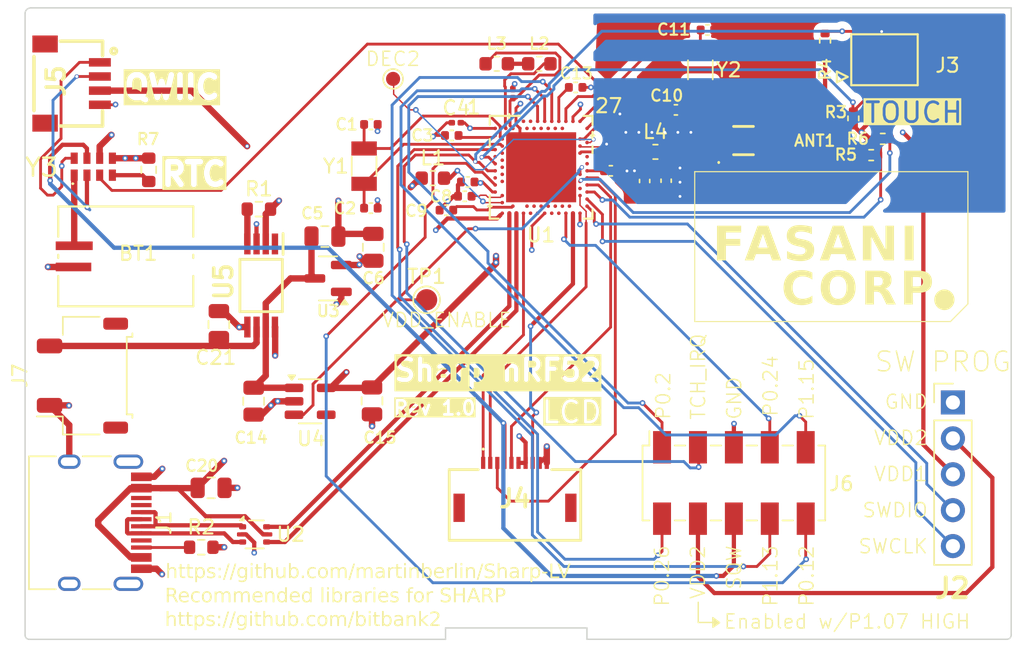
<source format=kicad_pcb>
(kicad_pcb (version 20221018) (generator pcbnew)
  (layers (0 "F.Cu" signal) (1 "In1.Cu" signal) (2 "In2.Cu" signal) (31 "B.Cu" signal) (34 "B.Paste" user) (35 "F.Paste" user) (36 "B.SilkS" user "B.Silkscreen") (37 "F.SilkS" user "F.Silkscreen") (38 "B.Mask" user) (39 "F.Mask" user) (44 "Edge.Cuts" user))
  (net 0 "")
  (net 1 "Net-(ANT1-FEEDING_POINT)")
  (net 3 "GND")
  (net 4 "Net-(U1-P0.00{slash}XL1)")
  (net 5 "Net-(U1-P0.01{slash}XL2)")
  (net 6 "Net-(U1-DEC1)")
  (net 7 "VDD")
  (net 8 "VBUS")
  (net 9 "VDD2")
  (net 10 "Net-(U1-VDDH)")
  (net 11 "Net-(U1-DECUSB)")
  (net 12 "/XC1")
  (net 13 "/XC2")
  (net 14 "Net-(U1-DEC3)")
  (net 15 "Net-(C13-Pad2)")
  (net 16 "/TOUCH_REST")
  (net 17 "Net-(U1-DEC4)")
  (net 18 "Net-(U1-ANT)")
  (net 19 "/USB_D+")
  (net 20 "/USB_D-")
  (net 22 "Net-(J1-CC2)")
  (net 24 "/SWDIO")
  (net 25 "/SWCLK")
  (net 26 "Net-(U1-DCCH)")
  (net 27 "Net-(L2-Pad1)")
  (net 28 "Net-(U1-DCC)")
  (net 29 "/VDD2_ENABLE")
  (net 34 "/P0.02")
  (net 41 "Net-(TP2-Pad1)")
  (net 46 "/TOUCH_IRQ")
  (net 52 "/SCL")
  (net 53 "/P1.13")
  (net 56 "/SDA")
  (net 63 "/SPI_CLK")
  (net 67 "/P0.24")
  (net 68 "/USB_IN_D+")
  (net 69 "/USB_IN_D-")
  (net 71 "/SPI_MOSI")
  (net 72 "/LCD_CS")
  (net 73 "/RTC_SQW")
  (net 74 "/LCD_DISPON")
  (net 75 "/LCD_EXTMODE")
  (net 78 "/P1.15")
  (net 79 "VDD_RTC")
  (net 80 "Net-(Y3-EVI)")
  (net 81 "/RTC_INT")
  (net 85 "Net-(U1-DEC5)")
  (net 89 "/P0.12")
  (net 91 "/P0.26")
  (net 93 "VIN")
  (net 94 "BAT+")
  (net 95 "Net-(U5-ILIM)")
  (footprint "Capacitor_SMD:C_0402_1005Metric" (layer "F.Cu") (at 130.57 55.23)
    (fp_text reference "C7" hide)
    (fp_text value "4.7uF")
  )
  (footprint "Inductor_SMD:L_0603_1608Metric" (layer "F.Cu") (at 135.63 46.87)
    (fp_text reference "L2")
    (fp_text value "10uH")
  )
  (footprint "Capacitor_SMD:C_0402_1005Metric" (layer "F.Cu") (at 129.44 51.94)
    (fp_text reference "C3")
    (fp_text value "100nF")
  )
  (footprint "Crystal:Crystal_SMD_3215-2Pin_3.2x1.5mm" (layer "F.Cu") (at 147.02 47.3 -90)
    (fp_text reference "Y2")
    (fp_text value "32.768K")
  )
  (footprint "Connector_Samtec_HLE_SMD:Samtec_HLE-105-02-xxx-DV-A_2x05_P2.54mm_Horizontal" (layer "F.Cu") (at 149.39 76.515)
    (fp_text reference "J6")
    (fp_text value "Conn_2Rows-13Pins")
  )
  (footprint "Connector_PinHeader_2.54mm:PinHeader_1x05_P2.54mm_Vertical" (layer "F.Cu") (at 164.88 70.82)
    (fp_text reference "J2")
    (fp_text value "Conn_01x05_PROG")
  )
  (footprint "Capacitor_SMD:C_0805_2012Metric" (layer "F.Cu") (at 123.8 70.71 90)
    (fp_text reference "C15")
    (fp_text value "10uF")
  )
  (footprint "Inductor_SMD:L_0603_1608Metric" (layer "F.Cu") (at 143.8425 53.1)
    (fp_text reference "L4")
    (fp_text value "2.7nH")
  )
  (footprint "Footprints:CON_Molex_5024260812" (layer "F.Cu") (at 160.040003 46.585)
    (fp_text reference "J3")
    (fp_text value "5024260810" hide)
  )
  (footprint "Capacitor_SMD:C_0402_1005Metric" (layer "F.Cu") (at 123.72 51.16 180)
    (fp_text reference "C1")
    (fp_text value "12pF")
  )
  (footprint "Capacitor_SMD:C_0402_1005Metric" (layer "F.Cu") (at 145.29 50.13)
    (fp_text reference "C10")
    (fp_text value "12pF")
  )
  (footprint "Package_TO_SOT_SMD:SOT-666" (layer "F.Cu") (at 115.5 80.1525)
    (fp_text reference "U2")
    (fp_text value "USBLC6-2P6")
  )
  (footprint "Inductor_SMD:L_0603_1608Metric" (layer "F.Cu") (at 128.1025 54.96)
    (fp_text reference "L1")
    (fp_text value "10uH")
  )
  (footprint "Resistor_SMD:R_0603_1608Metric" (layer "F.Cu") (at 111.725 81.06)
    (fp_text reference "R2")
    (fp_text value "5.1k")
  )
  (footprint "Crystal:Crystal_SMD_3215-2Pin_3.2x1.5mm" (layer "F.Cu") (at 123.24 54.11 90)
    (fp_text reference "Y1")
    (fp_text value "32.768K")
  )
  (footprint "Footprints:QWIIC_SM04B-SRSS-TB_LFSN_" (layer "F.Cu") (at 99.894 45.27 -90)
    (fp_text reference "J5")
    (fp_text value "SM04B-SRSS-TB_LF__SN_" hide)
  )
  (footprint "Capacitor_SMD:C_0805_2012Metric" (layer "F.Cu") (at 115.43 70.73 -90)
    (fp_text reference "C14")
    (fp_text value "10uF")
  )
  (footprint "Resistor_SMD:R_0603_1608Metric" (layer "F.Cu") (at 115.8 57.15)
    (fp_text reference "R1")
    (fp_text value "400")
  )
  (footprint "Connector_USB:USB_C_Receptacle_HRO_TYPE-C-31-M-12" (layer "F.Cu") (at 103.44 79.33 -90)
    (fp_text reference "J1")
    (fp_text value "USB_C_Receptacle_USB2.0")
  )
  (footprint "Resistor_SMD:R_0603_1608Metric" (layer "F.Cu") (at 108.01 54.37 90)
    (fp_text reference "R7")
    (fp_text value "5.1k")
  )
  (footprint "Capacitor_SMD:C_0805_2012Metric" (layer "F.Cu") (at 120.47 59.09 180)
    (fp_text reference "C5")
    (fp_text value "10uF")
  )
  (footprint "Capacitor_SMD:C_0402_1005Metric" (layer "F.Cu") (at 147.52 44.48 180)
    (fp_text reference "C11")
    (fp_text value "12pF")
  )
  (footprint "Capacitor_SMD:C_0805_2012Metric" (layer "F.Cu") (at 112.42 76.86)
    (fp_text reference "C20")
    (fp_text value "100nF")
  )
  (footprint "Resistor_SMD:R_0402_1005Metric" (layer "F.Cu") (at 159.92 52.18)
    (fp_text reference "R6")
    (fp_text value "3.3k")
  )
  (footprint "Footprints:RV3032C7" (layer "F.Cu") (at 104.09 54.15)
    (fp_text reference "Y3")
    (fp_text value "RV-3032-C7" hide)
  )
  (footprint "Resistor_SMD:R_0402_1005Metric" (layer "F.Cu") (at 157.84 50.73 90)
    (fp_text reference "R3")
    (fp_text value "3.3k")
  )
  (footprint "Capacitor_SMD:C_0201_0603Metric" (layer "F.Cu") (at 140.55 51.22 180)
    (fp_text reference "C12" hide)
    (fp_text value "100pF")
  )
  (footprint "Footprints:CoinBattery_MS621FE" (layer "F.Cu") (at 106.3849 60.490001)
    (fp_text reference "BT1")
    (fp_text value "Battery_Cell")
  )
  (footprint "Resistor_SMD:R_0402_1005Metric" (layer "F.Cu") (at 155.84 45.24 90)
    (fp_text reference "R4")
    (fp_text value "3.3k")
  )
  (footprint "Footprints:FH5210S05SH99_LCD" (layer "F.Cu") (at 133.91 78.07)
    (fp_text reference "J4")
    (fp_text value "FH52-10S-0.5SH_99" hide)
  )
  (footprint "Package_TO_SOT_SMD:SOT-23" (layer "F.Cu") (at 120.6925 62.05 180)
    (fp_text reference "U3")
    (fp_text value "MCP1700-3302E_SOT23" hide)
  )
  (footprint "Capacitor_SMD:C_0402_1005Metric" (layer "F.Cu") (at 144.6 55.14 90)
    (fp_text reference "C17" hide)
    (fp_text value "DNP")
  )
  (footprint "TestPoint:TestPoint_Pad_D1.5mm" (layer "F.Cu") (at 127.66 63.56)
    (fp_text reference "TP1")
    (fp_text value "VDD2_EN")
  )
  (footprint "Footprints:NRF52840_AQFN73_7X7_NOR" (layer "F.Cu") (at 135.76 54.19)
    (fp_text reference "U1")
    (fp_text value "NRF52840-QIAA-R")
  )
  (footprint "Connector_JST:JST_LEA_SM02B-LEASS-TF_1x02-1MP_P4.20mm_Horizontal" (layer "F.Cu") (at 103.32 68.925 90)
    (fp_text reference "J7")
    (fp_text value "Jack-DC")
  )
  (footprint "Package_TO_SOT_SMD:TSOT-23-5" (layer "F.Cu") (at 119.4225 70.74)
    (fp_text reference "U4")
    (fp_text value "RT9080-33GJ5" hide)
  )
  (footprint "Footprints:TPS2113APWR" (layer "F.Cu") (at 115.96 62.55 -90)
    (fp_text reference "U5")
    (fp_text value "TPS2113APW" hide)
  )
  (footprint "Inductor_SMD:L_0603_1608Metric" (layer "F.Cu") (at 132.62 46.87)
    (fp_text reference "L3")
    (fp_text value "15nH")
  )
  (footprint "Capacitor_SMD:C_0201_0603Metric" (layer "F.Cu") (at 129.76 51.04)
    (fp_text reference "C4")
    (fp_text value "1uF")
  )
  (footprint "TestPoint:TestPoint_Pad_D1.0mm" (layer "F.Cu") (at 125.29 47.94)
    (fp_text reference "TP2" hide)
    (fp_text value "DEC2")
  )
  (footprint "Capacitor_SMD:C_0402_1005Metric" (layer "F.Cu") (at 129.06 57.22)
    (fp_text reference "C9")
    (fp_text value "4.7uF")
  )
  (footprint "Capacitor_SMD:C_0402_1005Metric" (layer "F.Cu") (at 140.69 54.44)
    (fp_text reference "C19" hide)
    (fp_text value "820pF")
  )
  (footprint "Resistor_SMD:R_0402_1005Metric" (layer "F.Cu") (at 159.1 53.33 180)
    (fp_text reference "R5")
    (fp_text value "3.3k")
  )
  (footprint "Capacitor_SMD:C_0805_2012Metric" (layer "F.Cu") (at 123.89 59.85 -90)
    (fp_text reference "C6")
    (fp_text value "10uF")
  )
  (footprint "Capacitor_SMD:C_0201_0603Metric" (layer "F.Cu") (at 133.76 48.98 -90)
    (fp_text reference "C16" hide)
    (fp_text value "1uF")
  )
  (footprint "Capacitor_SMD:C_0805_2012Metric" (layer "F.Cu") (at 112.97 65.31 -90)
    (fp_text reference "C21")
    (fp_text value "100nF")
  )
  (footprint "Capacitor_SMD:C_0402_1005Metric" (layer "F.Cu") (at 143.08 55.16 90)
    (fp_text reference "C18" hide)
    (fp_text value "DNP")
  )
  (footprint "Capacitor_SMD:C_0402_1005Metric" (layer "F.Cu") (at 138.2 48.54 180)
    (fp_text reference "C13")
    (fp_text value "DNP")
  )
  (footprint "Capacitor_SMD:C_0402_1005Metric" (layer "F.Cu") (at 123.72 57.08 180)
    (fp_text reference "C2")
    (fp_text value "12pF")
  )
  (footprint "Capacitor_SMD:C_0402_1005Metric" (layer "F.Cu") (at 130.36 56.24)
    (fp_text reference "C8")
    (fp_text value "4.7uF")
  )
  (footprint "Footprints:2450AT42E0100E-ANT" (layer "F.Cu") (at 150.07 52.3)
    (fp_text reference "ANT1")
    (fp_text value "2450AT42E0100E" hide)
  )
  (gr_poly (pts (xy 156.835183 61.460336) (xy 156.904343 61.464166) (xy 156.97155 61.470548) (xy 157.036805 61.479484) (xy 157.100108 61.490973) (xy 157.161459 61.505015) (xy 157.220857 61.52161) (xy 157.278302 61.540758) (xy 157.333796 61.562459) (xy 157.387337 61.586713) (xy 157.438925 61.613521) (xy 157.488561 61.642882) (xy 157.536245 61.674796) (xy 157.581976 61.709263) (xy 157.625755 61.746283) (xy 157.667581 61.785857) (xy 157.707155 61.827727) (xy 157.744176 61.871637) (xy 157.778643 61.917588) (xy 157.810557 61.965578) (xy 157.839918 62.015608) (xy 157.866726 62.067678) (xy 157.890981 62.121788) (xy 157.912683 62.177938) (xy 157.931832 62.236129) (xy 157.948427 62.296359) (xy 157.962469 62.358629) (xy 157.973958 62.422939) (xy 157.982894 62.489289) (xy 157.989277 62.557679) (xy 157.993107 62.628109) (xy 157.994383 62.700579) (xy 157.993101 62.772856) (xy 157.989252 62.843105) (xy 157.982838 62.911326) (xy 157.973858 62.97752) (xy 157.962313 63.041686) (xy 157.948202 63.103825) (xy 157.931525 63.163936) (xy 157.912282 63.22202) (xy 157.890474 63.278075) (xy 157.8661 63.332104) (xy 157.839161 63.384105) (xy 157.809656 63.434078) (xy 157.777585 63.482024) (xy 157.742949 63.527943) (xy 157.705747 63.571834) (xy 157.665979 63.613698) (xy 157.624159 63.653272) (xy 157.580399 63.690292) (xy 157.534699 63.724759) (xy 157.487059 63.756673) (xy 157.437479 63.786034) (xy 157.38596 63.812842) (xy 157.3325 63.837096) (xy 157.277101 63.858797) (xy 157.219762 63.877946) (xy 157.160483 63.894541) (xy 157.099264 63.908582) (xy 157.036105 63.920071) (xy 156.971006 63.929007) (xy 156.903967 63.93539) (xy 156.834989 63.939219) (xy 156.76407 63.940496) (xy 156.693146 63.939219) (xy 156.624148 63.93539) (xy 156.557078 63.929007) (xy 156.491936 63.920071) (xy 156.428721 63.908582) (xy 156.367433 63.894541) (xy 156.308072 63.877946) (xy 156.250639 63.858797) (xy 156.195133 63.837096) (xy 156.141555 63.812842) (xy 156.089904 63.786034) (xy 156.04018 63.756673) (xy 155.992384 63.724759) (xy 155.946515 63.690292) (xy 155.902573 63.653272) (xy 155.860559 63.613698) (xy 155.820986 63.571834) (xy 155.783965 63.527943) (xy 155.749498 63.482024) (xy 155.717583 63.434078) (xy 155.688222 63.384105) (xy 155.661414 63.332104) (xy 155.637159 63.278075) (xy 155.615458 63.22202) (xy 155.596309 63.163936) (xy 155.579714 63.103825) (xy 155.565672 63.041686) (xy 155.554182 62.97752) (xy 155.545246 62.911326) (xy 155.538864 62.843105) (xy 155.535034 62.772856) (xy 155.533757 62.700579) (xy 155.533757 62.70057) (xy 156.171343 62.70057) (xy 156.171919 62.745062) (xy 156.173646 62.788428) (xy 156.176524 62.830668) (xy 156.180554 62.871781) (xy 156.185736 62.911768) (xy 156.192069 62.950628) (xy 156.199553 62.988362) (xy 156.208188 63.024969) (xy 156.217976 63.06045) (xy 156.228914 63.094805) (xy 156.241004 63.128033) (xy 156.254245 63.160135) (xy 156.268638 63.19111) (xy 156.284182 63.220959) (xy 156.300878 63.249682) (xy 156.318725 63.277279) (xy 156.337923 63.303467) (xy 156.358273 63.327966) (xy 156.36888 63.339582) (xy 156.379775 63.350775) (xy 156.390957 63.361546) (xy 156.402428 63.371895) (xy 156.414186 63.381821) (xy 156.426232 63.391325) (xy 156.438566 63.400406) (xy 156.451188 63.409066) (xy 156.464097 63.417302) (xy 156.477295 63.425117) (xy 156.49078 63.432508) (xy 156.504553 63.439478) (xy 156.518614 63.446025) (xy 156.532963 63.45215) (xy 156.5476 63.457852) (xy 156.562525 63.463132) (xy 156.593237 63.472425) (xy 156.625102 63.480028) (xy 156.658117 63.485941) (xy 156.692284 63.490165) (xy 156.727603 63.4927) (xy 156.764073 63.493544) (xy 156.782952 63.493313) (xy 156.801544 63.492618) (xy 156.819847 63.491461) (xy 156.837863 63.48984) (xy 156.855591 63.487756) (xy 156.873031 63.485209) (xy 156.890184 63.4822) (xy 156.907048 63.478727) (xy 156.923625 63.474791) (xy 156.939914 63.470392) (xy 156.955915 63.465529) (xy 156.971628 63.460204) (xy 156.987053 63.454416) (xy 157.00219 63.448165) (xy 157.01704 63.441451) (xy 157.031601 63.434273) (xy 157.045844 63.426676) (xy 157.059736 63.418704) (xy 157.073277 63.410357) (xy 157.086468 63.401633) (xy 157.099309 63.392535) (xy 157.1118 63.383061) (xy 157.123939 63.373211) (xy 157.135729 63.362986) (xy 157.147168 63.352385) (xy 157.158257 63.341409) (xy 157.168995 63.330057) (xy 157.179383 63.31833) (xy 157.18942 63.306227) (xy 157.199107 63.293749) (xy 157.208443 63.280895) (xy 157.217429 63.267665) (xy 157.226102 63.253922) (xy 157.2345 63.239929) (xy 157.242622 63.225686) (xy 157.250469 63.211192) (xy 157.258041 63.196449) (xy 157.265338 63.181455) (xy 157.272359 63.16621) (xy 157.279105 63.150716) (xy 157.285575 63.134971) (xy 157.29177 63.118977) (xy 157.29769 63.102732) (xy 157.303334 63.086237) (xy 157.308703 63.069491) (xy 157.313797 63.052496) (xy 157.318616 63.03525) (xy 157.323159 63.017754) (xy 157.323158 63.017763) (xy 157.331418 62.981619) (xy 157.338577 62.944472) (xy 157.344634 62.906325) (xy 157.34959 62.867176) (xy 157.353445 62.827026) (xy 157.356198 62.785875) (xy 157.35785 62.743723) (xy 157.358401 62.70057) (xy 157.35785 62.657416) (xy 157.356198 62.615264) (xy 157.353445 62.574113) (xy 157.34959 62.533963) (xy 157.344634 62.494814) (xy 157.338577 62.456667) (xy 157.331418 62.419521) (xy 157.323158 62.383376) (xy 157.313796 62.348283) (xy 157.303333 62.314291) (xy 157.291769 62.281401) (xy 157.285574 62.265368) (xy 157.279103 62.249612) (xy 157.272358 62.23413) (xy 157.265337 62.218924) (xy 157.25804 62.203994) (xy 157.250468 62.189339) (xy 157.242621 62.174959) (xy 157.234499 62.160855) (xy 157.226101 62.147027) (xy 157.217428 62.133474) (xy 157.208442 62.120051) (xy 157.199106 62.107017) (xy 157.189419 62.094371) (xy 157.179381 62.082112) (xy 157.168994 62.070242) (xy 157.158256 62.058759) (xy 157.147167 62.047664) (xy 157.135728 62.036958) (xy 157.123938 62.026638) (xy 157.111798 62.016707) (xy 157.099308 62.007164) (xy 157.086467 61.998008) (xy 157.073276 61.989241) (xy 157.059734 61.98086) (xy 157.045842 61.972868) (xy 157.0316 61.965264) (xy 157.017038 61.958086) (xy 157.002189 61.951372) (xy 156.987052 61.945121) (xy 156.971627 61.939333) (xy 156.955913 61.934007) (xy 156.939913 61.929145) (xy 156.923624 61.924746) (xy 156.907047 61.92081) (xy 156.890183 61.917337) (xy 156.87303 61.914328) (xy 156.85559 61.911781) (xy 156.837862 61.909697) (xy 156.819846 61.908076) (xy 156.801542 61.906919) (xy 156.782951 61.906224) (xy 156.764071 61.905993) (xy 156.739291 61.906406) (xy 156.715011 61.907645) (xy 156.691232 61.90971) (xy 156.667953 61.912601) (xy 156.645175 61.916319) (xy 156.622898 61.920862) (xy 156.601121 61.926232) (xy 156.579845 61.932427) (xy 156.559069 61.939449) (xy 156.538794 61.947296) (xy 156.51902 61.95597) (xy 156.499746 61.965469) (xy 156.480973 61.975795) (xy 156.462701 61.986946) (xy 156.444929 61.998924) (xy 156.427658 62.011727) (xy 156.411125 62.025018) (xy 156.395168 62.038859) (xy 156.379786 62.053251) (xy 156.364981 62.068195) (xy 156.350751 62.083689) (xy 156.337096 62.099733) (xy 156.324018 62.116329) (xy 156.311515 62.133475) (xy 156.299588 62.151172) (xy 156.288236 62.169419) (xy 156.277461 62.188217) (xy 156.267261 62.207566) (xy 156.257636 62.227466) (xy 156.248588 62.247916) (xy 156.240115 62.268917) (xy 156.232218 62.290468) (xy 156.224846 62.312533) (xy 156.21795 62.335073) (xy 156.21153 62.358089) (xy 156.205585 62.381581) (xy 156.200116 62.405548) (xy 156.195122 62.429991) (xy 156.190604 62.454909) (xy 156.186562 62.480303) (xy 156.182995 62.506172) (xy 156.179904 62.532517) (xy 156.177288 62.559337) (xy 156.175148 62.586633) (xy 156.172294 62.642651) (xy 156.171343 62.70057) (xy 155.533757 62.70057) (xy 155.535034 62.628302) (xy 155.538864 62.558053) (xy 155.545246 62.489831) (xy 155.554182 62.423637) (xy 155.565672 62.359471) (xy 155.579714 62.297332) (xy 155.596309 62.237221) (xy 155.615458 62.179138) (xy 155.637159 62.123082) (xy 155.661414 62.069053) (xy 155.688222 62.017053) (xy 155.717583 61.967079) (xy 155.749498 61.919133) (xy 155.783965 61.873214) (xy 155.820986 61.829323) (xy 155.860559 61.787459) (xy 155.902573 61.747693) (xy 155.946515 61.710491) (xy 155.992384 61.675856) (xy 156.04018 61.643786) (xy 156.089904 61.614281) (xy 156.141555 61.587342) (xy 156.195133 61.562968) (xy 156.250639 61.541161) (xy 156.308072 61.521918) (xy 156.367433 61.505242) (xy 156.428721 61.49113) (xy 156.491936 61.479585) (xy 156.557078 61.470605) (xy 156.624148 61.464191) (xy 156.693146 61.460342) (xy 156.76407 61.45906)) (fill solid) (layer "F.SilkS"))
  (gr_poly (pts (xy 147.9 86.04) (xy 148.38 86.39) (xy 147.91 86.72)) (stroke (width 0.1)) (fill solid) (layer "F.SilkS"))
  (gr_poly (pts (xy 162.104084 60.775811) (xy 161.471195 60.775811) (xy 161.471195 58.32152) (xy 162.104084 58.32152)) (fill solid) (layer "F.SilkS"))
  (gr_line (start 146.87 84.95) (end 146.87 86.38) (stroke (width 0.1)) (layer "F.SilkS"))
  (gr_poly (pts (xy 152.732289 60.775811) (xy 152.096112 60.775811) (xy 151.941588 60.328677) (xy 150.951979 60.328677) (xy 150.795812 60.775811) (xy 150.159635 60.775811) (xy 150.493914 59.873321) (xy 151.109791 59.873321) (xy 151.782133 59.873321) (xy 151.446784 58.896865) (xy 151.109791 59.873321) (xy 150.493914 59.873321) (xy 151.068694 58.32152) (xy 151.82323 58.32152)) (fill solid) (layer "F.SilkS"))
  (gr_poly (pts (xy 149.90481 58.799883) (xy 148.82972 58.799883) (xy 148.82972 59.256878) (xy 149.840699 59.256878) (xy 149.840699 59.735241) (xy 148.82972 59.735241) (xy 148.82972 60.775811) (xy 148.196832 60.775811) (xy 148.196832 58.32152) (xy 149.90481 58.32152)) (fill solid) (layer "F.SilkS"))
  (gr_poly (pts (xy 164.313875 62.827279) (xy 164.350131 62.830107) (xy 164.38586 62.834763) (xy 164.421017 62.841202) (xy 164.455557 62.849378) (xy 164.489435 62.859245) (xy 164.522607 62.870757) (xy 164.555027 62.883867) (xy 164.586651 62.898531) (xy 164.617434 62.914701) (xy 164.64733 62.932332) (xy 164.676296 62.951377) (xy 164.704286 62.971792) (xy 164.731256 62.993529) (xy 164.75716 63.016543) (xy 164.781954 63.040788) (xy 164.805593 63.066217) (xy 164.828031 63.092785) (xy 164.849225 63.120446) (xy 164.869129 63.149154) (xy 164.887699 63.178862) (xy 164.904889 63.209526) (xy 164.920655 63.241098) (xy 164.934952 63.273532) (xy 164.947735 63.306784) (xy 164.958959 63.340806) (xy 164.96858 63.375552) (xy 164.976551 63.410978) (xy 164.98283 63.447036) (xy 164.98737 63.483681) (xy 164.990127 63.520867) (xy 164.991056 63.558547) (xy 164.990127 63.596227) (xy 164.98737 63.633413) (xy 164.98283 63.670058) (xy 164.976552 63.706116) (xy 164.96858 63.741541) (xy 164.95896 63.776288) (xy 164.947736 63.81031) (xy 164.934954 63.843562) (xy 164.920657 63.875996) (xy 164.904891 63.907568) (xy 164.887701 63.938231) (xy 164.869131 63.96794) (xy 164.849227 63.996647) (xy 164.828033 64.024308) (xy 164.805595 64.050877) (xy 164.781956 64.076306) (xy 164.757162 64.100551) (xy 164.731258 64.123565) (xy 164.704289 64.145302) (xy 164.676299 64.165716) (xy 164.647333 64.184762) (xy 164.617436 64.202393) (xy 164.586654 64.218563) (xy 164.55503 64.233226) (xy 164.52261 64.246337) (xy 164.489439 64.257848) (xy 164.455561 64.267715) (xy 164.421021 64.275891) (xy 164.385864 64.282331) (xy 164.350136 64.286987) (xy 164.31388 64.289815) (xy 164.277142 64.290767) (xy 164.240404 64.289815) (xy 164.204148 64.286987) (xy 164.168419 64.282331) (xy 164.133262 64.275891) (xy 164.098722 64.267715) (xy 164.064844 64.257848) (xy 164.031672 64.246337) (xy 163.999252 64.233226) (xy 163.967628 64.218563) (xy 163.936845 64.202393) (xy 163.906948 64.184762) (xy 163.877983 64.165716) (xy 163.849992 64.145302) (xy 163.823023 64.123565) (xy 163.797119 64.100551) (xy 163.772325 64.076306) (xy 163.748686 64.050877) (xy 163.726247 64.024308) (xy 163.705053 63.996647) (xy 163.685149 63.96794) (xy 163.666579 63.938231) (xy 163.649389 63.907568) (xy 163.633623 63.875996) (xy 163.619326 63.843562) (xy 163.606543 63.81031) (xy 163.595319 63.776288) (xy 163.585699 63.741541) (xy 163.577727 63.706116) (xy 163.571449 63.670058) (xy 163.566909 63.633413) (xy 163.564152 63.596227) (xy 163.563223 63.558547) (xy 163.564152 63.520867) (xy 163.566909 63.483681) (xy 163.571449 63.447036) (xy 163.577727 63.410978) (xy 163.585699 63.375552) (xy 163.595319 63.340806) (xy 163.606543 63.306784) (xy 163.619325 63.273532) (xy 163.633622 63.241098) (xy 163.649388 63.209526) (xy 163.666578 63.178862) (xy 163.685148 63.149154) (xy 163.705052 63.120446) (xy 163.726246 63.092785) (xy 163.748684 63.066217) (xy 163.772323 63.040788) (xy 163.797117 63.016543) (xy 163.823021 62.993529) (xy 163.84999 62.971792) (xy 163.87798 62.951377) (xy 163.906946 62.932332) (xy 163.936843 62.914701) (xy 163.967625 62.898531) (xy 163.999249 62.883867) (xy 164.031669 62.870757) (xy 164.06484 62.859245) (xy 164.098718 62.849378) (xy 164.133258 62.841202) (xy 164.168415 62.834763) (xy 164.204143 62.830107) (xy 164.240399 62.827279) (xy 164.277137 62.826326)) (fill solid) (layer "F.SilkS"))
  (gr_poly (pts (xy 162.507103 61.503072) (xy 162.560299 61.505363) (xy 162.611982 61.50918) (xy 162.66215 61.514524) (xy 162.710803 61.521395) (xy 162.757942 61.529793) (xy 162.803567 61.539718) (xy 162.847678 61.55117) (xy 162.890274 61.564148) (xy 162.931355 61.578653) (xy 162.970923 61.594685) (xy 163.008976 61.612244) (xy 163.045514 61.63133) (xy 163.080539 61.651942) (xy 163.114049 61.674081) (xy 163.146044 61.697747) (xy 163.176501 61.722933) (xy 163.204992 61.749634) (xy 163.231518 61.777849) (xy 163.25608 61.807579) (xy 163.278676 61.838823) (xy 163.299308 61.871582) (xy 163.317975 61.905855) (xy 163.334676 61.941643) (xy 163.349413 61.978945) (xy 163.362185 62.017762) (xy 163.372992 62.058093) (xy 163.381834 62.099939) (xy 163.388711 62.143299) (xy 163.393624 62.188174) (xy 163.396571 62.234563) (xy 163.397553 62.282467) (xy 163.396571 62.330375) (xy 163.393624 62.376781) (xy 163.388711 62.421686) (xy 163.381834 62.465089) (xy 163.372992 62.50699) (xy 163.362185 62.547389) (xy 163.349413 62.586287) (xy 163.334676 62.623682) (xy 163.317975 62.659577) (xy 163.299308 62.693969) (xy 163.278676 62.72686) (xy 163.25608 62.758249) (xy 163.231518 62.788136) (xy 163.204992 62.816522) (xy 163.176501 62.843406) (xy 163.146044 62.868789) (xy 163.113861 62.892454) (xy 163.080189 62.914593) (xy 163.045027 62.935206) (xy 163.008375 62.954291) (xy 162.970235 62.97185) (xy 162.930605 62.987882) (xy 162.889485 63.002387) (xy 162.846877 63.015366) (xy 162.802779 63.026817) (xy 162.757191 63.036742) (xy 162.710115 63.04514) (xy 162.661549 63.052011) (xy 162.611493 63.057355) (xy 162.559949 63.061172) (xy 162.506915 63.063463) (xy 162.452392 63.064226) (xy 162.045491 63.064226) (xy 162.045491 63.894051) (xy 161.428733 63.894051) (xy 161.428733 61.949251) (xy 162.045491 61.949251) (xy 162.045491 62.617275) (xy 162.386711 62.617275) (xy 162.408625 62.616943) (xy 162.429914 62.615948) (xy 162.450577 62.61429) (xy 162.470614 62.611969) (xy 162.490026 62.608984) (xy 162.508812 62.605336) (xy 162.526971 62.601024) (xy 162.544505 62.596049) (xy 162.561414 62.590411) (xy 162.577696 62.58411) (xy 162.593353 62.577145) (xy 162.608384 62.569517) (xy 162.622789 62.561225) (xy 162.636568 62.55227) (xy 162.649722 62.542651) (xy 162.66225 62.532369) (xy 162.674277 62.521255) (xy 162.685529 62.509541) (xy 162.696004 62.497226) (xy 162.705704 62.484311) (xy 162.714627 62.470794) (xy 162.722775 62.456677) (xy 162.730146 62.441959) (xy 162.736742 62.42664) (xy 162.742561 62.410721) (xy 162.747605 62.394201) (xy 162.751873 62.37708) (xy 162.755365 62.359359) (xy 162.75808 62.341037) (xy 162.76002 62.322114) (xy 162.761184 62.30259) (xy 162.761572 62.282467) (xy 162.761184 62.262347) (xy 162.76002 62.242841) (xy 162.75808 62.223949) (xy 162.755365 62.20567) (xy 162.751873 62.188004) (xy 162.747605 62.170952) (xy 162.742561 62.154513) (xy 162.736742 62.138688) (xy 162.730146 62.123475) (xy 162.722775 62.108876) (xy 162.714627 62.09489) (xy 162.705704 62.081517) (xy 162.696004 62.068757) (xy 162.685529 62.056611) (xy 162.674277 62.045078) (xy 162.66225 62.034157) (xy 162.649722 62.023875) (xy 162.636568 62.014256) (xy 162.622789 62.005301) (xy 162.608384 61.99701) (xy 162.593353 61.989381) (xy 162.577696 61.982416) (xy 162.561414 61.976115) (xy 162.544505 61.970477) (xy 162.526971 61.965502) (xy 162.508812 61.96119) (xy 162.490026 61.957542) (xy 162.470614 61.954557) (xy 162.450577 61.952236) (xy 162.429914 61.950578) (xy 162.408625 61.949583) (xy 162.386711 61.949251) (xy 162.045491 61.949251) (xy 161.428733 61.949251) (xy 161.428733 61.502309) (xy 162.452392 61.502309)) (fill solid) (layer "F.SilkS"))
  (gr_poly (pts (xy 159.686726 61.503026) (xy 159.7476 61.505203) (xy 159.806072 61.508832) (xy 159.862141 61.513912) (xy 159.915807 61.520445) (xy 159.96707 61.528429) (xy 160.015931 61.537865) (xy 160.062388 61.548754) (xy 160.084709 61.55473) (xy 160.106417 61.561044) (xy 160.127512 61.567696) (xy 160.147994 61.574685) (xy 160.167862 61.582013) (xy 160.187117 61.589678) (xy 160.205758 61.597681) (xy 160.223787 61.606022) (xy 160.241202 61.614701) (xy 160.258004 61.623718) (xy 160.274192 61.633074) (xy 160.289768 61.642767) (xy 160.30473 61.652798) (xy 160.319078 61.663167) (xy 160.332814 61.673875) (xy 160.345936 61.68492) (xy 160.35852 61.696241) (xy 160.370642 61.707775) (xy 160.3823 61.719521) (xy 160.393495 61.73148) (xy 160.404227 61.743651) (xy 160.414496 61.756036) (xy 160.424302 61.768632) (xy 160.433644 61.781442) (xy 160.442524 61.794464) (xy 160.450941 61.807699) (xy 160.458894 61.821146) (xy 160.466385 61.834806) (xy 160.473412 61.848679) (xy 160.479976 61.862764) (xy 160.486077 61.877062) (xy 160.491715 61.891573) (xy 160.497147 61.906147) (xy 160.502228 61.921034) (xy 160.506959 61.936234) (xy 160.51134 61.951747) (xy 160.51537 61.967573) (xy 160.519049 61.983711) (xy 160.522379 62.000163) (xy 160.525357 62.016927) (xy 160.527986 62.034004) (xy 160.530264 62.051394) (xy 160.532191 62.069097) (xy 160.533768 62.087112) (xy 160.534995 62.105441) (xy 160.535871 62.124082) (xy 160.536396 62.143036) (xy 160.536572 62.162304) (xy 160.536572 62.162313) (xy 160.534776 62.219714) (xy 160.529388 62.274575) (xy 160.520408 62.326896) (xy 160.507836 62.376675) (xy 160.500204 62.400612) (xy 160.491673 62.423914) (xy 160.482244 62.446581) (xy 160.471917 62.468612) (xy 160.460693 62.490008) (xy 160.44857 62.51077) (xy 160.435549 62.530896) (xy 160.421631 62.550386) (xy 160.406814 62.569242) (xy 160.391099 62.587463) (xy 160.374487 62.605048) (xy 160.356976 62.621998) (xy 160.338568 62.638314) (xy 160.319261 62.653994) (xy 160.299056 62.669039) (xy 160.277954 62.683448) (xy 160.233055 62.710363) (xy 160.184564 62.734736) (xy 160.132481 62.75657) (xy 160.076806 62.775863) (xy 160.094065 62.780174) (xy 160.110998 62.785099) (xy 160.127606 62.790637) (xy 160.143889 62.796788) (xy 160.159846 62.803553) (xy 160.175477 62.81093) (xy 160.190783 62.818921) (xy 160.205764 62.827526) (xy 160.22042 62.836743) (xy 160.23475 62.846574) (xy 160.248755 62.857018) (xy 160.262434 62.868076) (xy 160.275788 62.879746) (xy 160.288816 62.89203) (xy 160.301519 62.904927) (xy 160.313897 62.918438) (xy 160.326288 62.932549) (xy 160.338628 62.947248) (xy 160.350918 62.962535) (xy 160.363158 62.978411) (xy 160.375348 62.994875) (xy 160.387488 63.011927) (xy 160.399578 63.029567) (xy 160.411618 63.047796) (xy 160.423607 63.066613) (xy 160.435547 63.086018) (xy 160.459276 63.126593) (xy 160.482805 63.169521) (xy 160.506134 63.214803) (xy 160.840946 63.894042) (xy 160.184137 63.894042) (xy 159.892579 63.299709) (xy 159.882329 63.279065) (xy 159.872004 63.259185) (xy 159.861604 63.240068) (xy 159.851129 63.221715) (xy 159.840578 63.204124) (xy 159.829953 63.187297) (xy 159.819252 63.171234) (xy 159.808476 63.155933) (xy 159.797625 63.141396) (xy 159.7867 63.127623) (xy 159.775698 63.114613) (xy 159.764622 63.102366) (xy 159.753471 63.090882) (xy 159.742245 63.080162) (xy 159.730943 63.070206) (xy 159.719567 63.061013) (xy 159.70809 63.052284) (xy 159.696088 63.044118) (xy 159.68356 63.036515) (xy 159.670506 63.029475) (xy 159.656927 63.022999) (xy 159.642822 63.017085) (xy 159.628192 63.011735) (xy 159.613035 63.006947) (xy 159.597354 63.002723) (xy 159.581146 62.999062) (xy 159.564413 62.995965) (xy 159.547154 62.99343) (xy 159.52937 62.991459) (xy 159.51106 62.990051) (xy 159.492224 62.989206) (xy 159.472863 62.988924) (xy 159.298248 62.988924) (xy 159.298248 63.894042) (xy 158.68149 63.894042) (xy 158.68149 61.949251) (xy 159.29825 61.949251) (xy 159.29825 62.562801) (xy 159.557769 62.562801) (xy 159.58233 62.562507) (xy 159.605953 62.561625) (xy 159.628637 62.560154) (xy 159.650382 62.558096) (xy 159.671189 62.555449) (xy 159.691057 62.552214) (xy 159.709987 62.54839) (xy 159.727978 62.543979) (xy 159.74503 62.538979) (xy 159.761144 62.533391) (xy 159.776319 62.527215) (xy 159.790555 62.52045) (xy 159.803853 62.513097) (xy 159.816212 62.505156) (xy 159.827632 62.496626) (xy 159.838114 62.487508) (xy 159.848007 62.477771) (xy 159.857262 62.467382) (xy 159.865879 62.456344) (xy 159.873858 62.444654) (xy 159.881198 62.432314) (xy 159.8879 62.419323) (xy 159.893964 62.405682) (xy 159.899389 62.391389) (xy 159.904176 62.376446) (xy 159.908325 62.360852) (xy 159.911836 62.344607) (xy 159.914708 62.327711) (xy 159.916942 62.310164) (xy 159.918538 62.291967) (xy 159.919495 62.273118) (xy 159.919814 62.253618) (xy 159.919813 62.253627) (xy 159.919469 62.232995) (xy 159.918436 62.213151) (xy 159.916715 62.194096) (xy 159.914306 62.175829) (xy 159.911209 62.158351) (xy 159.907423 62.141661) (xy 159.902949 62.12576) (xy 159.897786 62.110647) (xy 159.891935 62.096323) (xy 159.885396 62.082788) (xy 159.878168 62.070041) (xy 159.870252 62.058083) (xy 159.861648 62.046913) (xy 159.852355 62.036532) (xy 159.842374 62.026939) (xy 159.831705 62.018135) (xy 159.82031 62.009794) (xy 159.808151 62.001991) (xy 159.795229 61.994726) (xy 159.781544 61.987999) (xy 159.767095 61.98181) (xy 159.751882 61.976159) (xy 159.735907 61.971047) (xy 159.719167 61.966472) (xy 159.701665 61.962436) (xy 159.683398 61.958938) (xy 159.664369 61.955978) (xy 159.644576 61.953556) (xy 159.624019 61.951673) (xy 159.602699 61.950327) (xy 159.580616 61.94952) (xy 159.557769 61.949251) (xy 159.29825 61.949251) (xy 158.68149 61.949251) (xy 158.68149 61.5023) (xy 159.623448 61.5023)) (fill solid) (layer "F.SilkS"))
  (gr_line (start 164.707231 65.099105) (end 165.939998 63.851781) (stroke (width 0.079374)) (layer "F.SilkS"))
  (gr_line (start 146.87 86.38) (end 147.88 86.38) (stroke (width 0.1)) (layer "F.SilkS"))
  (gr_poly (pts (xy 154.151641 58.279036) (xy 154.255564 58.284739) (xy 154.360823 58.294242) (xy 154.467417 58.307547) (xy 154.575347 58.324654) (xy 154.684613 58.345562) (xy 154.795215 58.370271) (xy 154.907152 58.398782) (xy 154.907152 58.918243) (xy 154.856417 58.896147) (xy 154.806131 58.875477) (xy 154.756295 58.856232) (xy 154.706908 58.838413) (xy 154.657971 58.82202) (xy 154.609483 58.807052) (xy 154.561445 58.79351) (xy 154.513856 58.781393) (xy 154.466717 58.770702) (xy 154.420027 58.761437) (xy 154.373787 58.753596) (xy 154.327997 58.747182) (xy 154.282656 58.742193) (xy 154.237764 58.738629) (xy 154.193322 58.736491) (xy 154.149329 58.735778) (xy 154.091486 58.736831) (xy 154.064182 58.738148) (xy 154.037957 58.739991) (xy 154.012811 58.74236) (xy 153.988744 58.745257) (xy 153.965756 58.748679) (xy 153.943846 58.752629) (xy 153.923015 58.757104) (xy 153.903263 58.762107) (xy 153.88459 58.767636) (xy 153.866995 58.773691) (xy 153.85048 58.780274) (xy 153.835043 58.787382) (xy 153.820685 58.795018) (xy 153.807405 58.803179) (xy 153.795063 58.811623) (xy 153.783518 58.820517) (xy 153.778043 58.825132) (xy 153.772768 58.82986) (xy 153.767692 58.8347) (xy 153.762815 58.839652) (xy 153.758137 58.844717) (xy 153.753658 58.849894) (xy 153.749378 58.855184) (xy 153.745297 58.860586) (xy 153.741416 58.8661) (xy 153.737733 58.871727) (xy 153.73425 58.877466) (xy 153.730965 58.883318) (xy 153.72788 58.889282) (xy 153.724993 58.895358) (xy 153.722306 58.901547) (xy 153.719818 58.907848) (xy 153.717528 58.914261) (xy 153.715438 58.920787) (xy 153.713547 58.927425) (xy 153.711855 58.934176) (xy 153.710362 58.941039) (xy 153.709068 58.948014) (xy 153.707078 58.962302) (xy 153.705883 58.97704) (xy 153.705485 58.992227) (xy 153.705793 59.004979) (xy 153.706718 59.017346) (xy 153.708259 59.029328) (xy 153.710417 59.040925) (xy 153.713191 59.052137) (xy 153.716581 59.062963) (xy 153.720588 59.073404) (xy 153.725212 59.08346) (xy 153.730451 59.093131) (xy 153.736308 59.102416) (xy 153.742781 59.111316) (xy 153.74987 59.119831) (xy 153.757575 59.12796) (xy 153.765897 59.135704) (xy 153.774836 59.143063) (xy 153.784391 59.150036) (xy 153.794652 59.156554) (xy 153.80571 59.162957) (xy 153.817564 59.169244) (xy 153.830214 59.175415) (xy 153.84366 59.18147) (xy 153.857903 59.187409) (xy 153.872942 59.193233) (xy 153.888777 59.198941) (xy 153.905408 59.204534) (xy 153.922835 59.21001) (xy 153.941059 59.215372) (xy 153.960079 59.220617) (xy 153.979895 59.225747) (xy 154.000508 59.230762) (xy 154.021917 59.235661) (xy 154.044122 59.240444) (xy 154.313715 59.294689) (xy 154.36219 59.304893) (xy 154.408982 59.315778) (xy 154.454092 59.327343) (xy 154.49752 59.339589) (xy 154.539265 59.352515) (xy 154.579328 59.366122) (xy 154.617708 59.38041) (xy 154.654406 59.395378) (xy 154.689422 59.411027) (xy 154.722755 59.427356) (xy 154.754406 59.444365) (xy 154.784375 59.462055) (xy 154.812661 59.480426) (xy 154.839264 59.499477) (xy 154.864186 59.519208) (xy 154.887425 59.53962) (xy 154.909322 59.560767) (xy 154.929806 59.583108) (xy 154.948877 59.606643) (xy 154.966536 59.631372) (xy 154.982782 59.657295) (xy 154.997616 59.684413) (xy 155.011036 59.712724) (xy 155.023044 59.74223) (xy 155.033639 59.77293) (xy 155.042822 59.804824) (xy 155.050592 59.837913) (xy 155.056949 59.872196) (xy 155.061893 59.907673) (xy 155.065425 59.944344) (xy 155.067544 59.98221) (xy 155.06825 60.02127) (xy 155.067274 60.072975) (xy 155.064346 60.122882) (xy 155.059466 60.170991) (xy 155.052634 60.217302) (xy 155.043849 60.261815) (xy 155.033113 60.30453) (xy 155.020424 60.345447) (xy 155.005784 60.384566) (xy 154.989191 60.421887) (xy 154.970646 60.45741) (xy 154.950149 60.491135) (xy 154.9277 60.523062) (xy 154.903299 60.55319) (xy 154.876945 60.581521) (xy 154.84864 60.608053) (xy 154.818382 60.632788) (xy 154.786263 60.655878) (xy 154.752371 60.677479) (xy 154.716707 60.69759) (xy 154.67927 60.716211) (xy 154.640061 60.733343) (xy 154.59908 60.748985) (xy 154.556327 60.763138) (xy 154.511801 60.775801) (xy 154.465503 60.786974) (xy 154.417433 60.796657) (xy 154.36759 60.804851) (xy 154.315975 60.811555) (xy 154.262588 60.816769) (xy 154.207429 60.820493) (xy 154.150497 60.822728) (xy 154.091793 60.823473) (xy 154.033609 60.822786) (xy 153.975361 60.820725) (xy 153.917049 60.817289) (xy 153.858672 60.81248) (xy 153.800231 60.806296) (xy 153.741726 60.798738) (xy 153.683157 60.789807) (xy 153.624523 60.7795) (xy 153.565826 60.76782) (xy 153.507064 60.754766) (xy 153.448238 60.740337) (xy 153.389347 60.724535) (xy 153.330393 60.707358) (xy 153.271374 60.688807) (xy 153.212291 60.668882) (xy 153.153144 60.647582) (xy 153.153144 60.113326) (xy 153.212439 60.143784) (xy 153.271143 60.172276) (xy 153.329257 60.198803) (xy 153.386779 60.223365) (xy 153.443711 60.245962) (xy 153.500052 60.266594) (xy 153.555802 60.285261) (xy 153.610962 60.301963) (xy 153.66553 60.3167) (xy 153.719508 60.329472) (xy 153.772895 60.340279) (xy 153.825691 60.349121) (xy 153.877897 60.355998) (xy 153.929512 60.36091) (xy 153.980536 60.363858) (xy 154.030969 60.36484) (xy 154.062793 60.364455) (xy 154.093333 60.363299) (xy 154.122589 60.361372) (xy 154.15056 60.358674) (xy 154.177247 60.355206) (xy 154.20265 60.350966) (xy 154.226769 60.345957) (xy 154.249603 60.340176) (xy 154.260718 60.336823) (xy 154.271461 60.333341) (xy 154.281832 60.329731) (xy 154.29183 60.325993) (xy 154.301455 60.322127) (xy 154.310709 60.318132) (xy 154.319589 60.31401) (xy 154.328098 60.309759) (xy 154.336234 60.305379) (xy 154.343997 60.300872) (xy 154.351388 60.296236) (xy 154.358407 60.291472) (xy 154.365053 60.286581) (xy 154.371326 60.28156) (xy 154.377228 60.276412) (xy 154.382756 60.271136) (xy 154.387996 60.265601) (xy 154.39303 60.260091) (xy 154.397859 60.254607) (xy 154.402483 60.249149) (xy 154.4069 60.243717) (xy 154.411113 60.23831) (xy 154.41512 60.232929) (xy 154.418921 60.227574) (xy 154.422517 60.222244) (xy 154.425908 60.21694) (xy 154.429093 60.211662) (xy 154.432072 60.206409) (xy 154.434846 60.201182) (xy 154.437415 60.19598) (xy 154.439778 60.190804) (xy 154.441936 60.185653) (xy 154.443927 60.180496) (xy 154.445789 60.175301) (xy 154.447523 60.170067) (xy 154.449128 60.164795) (xy 154.450605 60.159484) (xy 154.451954 60.154135) (xy 154.453174 60.148747) (xy 154.454266 60.143321) (xy 154.455229 60.137857) (xy 154.456064 60.132354) (xy 154.45677 60.126813) (xy 154.457348 60.121234) (xy 154.457797 60.115616) (xy 154.458119 60.109959) (xy 154.458311 60.104265) (xy 154.458375 60.098532) (xy 154.458041 60.083365) (xy 154.45704 60.068687) (xy 154.45537 60.054496) (xy 154.453033 60.040794) (xy 154.450028 60.027579) (xy 154.446355 60.014851) (xy 154.442014 60.002612) (xy 154.437005 59.990861) (xy 154.431329 59.979598) (xy 154.424984 59.968822) (xy 154.417972 59.958535) (xy 154.410292 59.948736) (xy 154.401944 59.939424) (xy 154.392929 59.930601) (xy 154.383245 59.922266) (xy 154.372894 59.914419) (xy 154.361945 59.90688) (xy 154.350059 59.89947) (xy 154.337236 59.892189) (xy 154.323475 59.885036) (xy 154.308776 59.878011) (xy 154.29314 59.871115) (xy 154.276567 59.864347) (xy 154.259056 59.857708) (xy 154.240607 59.851197) (xy 154.221221 59.844814) (xy 154.200898 59.83856) (xy 154.179637 59.832435) (xy 154.157438 59.826438) (xy 154.134302 59.820569) (xy 154.110228 59.814828) (xy 154.085217 59.809216) (xy 153.840281 59.754971) (xy 153.79718 59.744966) (xy 153.755416 59.734268) (xy 153.714987 59.722877) (xy 153.675894 59.710792) (xy 153.638136 59.698013) (xy 153.601714 59.684542) (xy 153.566628 59.670376) (xy 153.532877 59.655517) (xy 153.500462 59.639964) (xy 153.469383 59.623718) (xy 153.439639 59.606779) (xy 153.411231 59.589146) (xy 153.384158 59.570819) (xy 153.358421 59.551799) (xy 153.33402 59.532086) (xy 153.310955 59.511679) (xy 153.289257 59.490372) (xy 153.268959 59.467962) (xy 153.250061 59.444447) (xy 153.232563 59.419828) (xy 153.216464 59.394104) (xy 153.201766 59.367275) (xy 153.188467 59.339342) (xy 153.176569 59.310305) (xy 153.16607 59.280163) (xy 153.156971 59.248916) (xy 153.149272 59.216565) (xy 153.142972 59.18311) (xy 153.138073 59.148549) (xy 153.134573 59.112885) (xy 153.132473 59.076115) (xy 153.131773 59.038241) (xy 153.132724 58.991513) (xy 153.135575 58.946262) (xy 153.140327 58.902488) (xy 153.146979 58.860191) (xy 153.155532 58.81937) (xy 153.165986 58.780026) (xy 153.178341 58.742159) (xy 153.192596 58.70577) (xy 153.208753 58.670857) (xy 153.226809 58.63742) (xy 153.246767 58.605461) (xy 153.268625 58.574979) (xy 153.292384 58.545974) (xy 153.318044 58.518446) (xy 153.345604 58.492395) (xy 153.375066 58.467822) (xy 153.406209 58.444731) (xy 153.438817 58.423131) (xy 153.472889 58.403019) (xy 153.508424 58.384398) (xy 153.545424 58.367266) (xy 153.583888 58.351624) (xy 153.623816 58.337471) (xy 153.665208 58.324808) (xy 153.708065 58.313635) (xy 153.752385 58.303952) (xy 153.798169 58.295758) (xy 153.845418 58.289054) (xy 153.89413 58.28384) (xy 153.944307 58.280115) (xy 153.995947 58.277881) (xy 154.049052 58.277136) (xy 154.049054 58.277136)) (fill solid) (layer "F.SilkS"))
  (gr_poly (pts (xy 154.250499 61.459754) (xy 154.299503 61.461838) (xy 154.348069 61.465311) (xy 154.396197 61.470173) (xy 154.443887 61.476424) (xy 154.491139 61.484065) (xy 154.537952 61.493095) (xy 154.584328 61.503514) (xy 154.630266 61.515323) (xy 154.675766 61.52852) (xy 154.720827 61.543107) (xy 154.765451 61.559084) (xy 154.809637 61.576449) (xy 154.853384 61.595204) (xy 154.896694 61.615349) (xy 154.939565 61.636882) (xy 154.939565 62.13189) (xy 154.897826 62.104537) (xy 154.855912 62.078949) (xy 154.813823 62.055126) (xy 154.771558 62.033068) (xy 154.729119 62.012774) (xy 154.686504 61.994245) (xy 154.643714 61.97748) (xy 154.600748 61.962481) (xy 154.557608 61.949245) (xy 154.514292 61.937775) (xy 154.470801 61.928069) (xy 154.427135 61.920128) (xy 154.383294 61.913952) (xy 154.339278 61.90954) (xy 154.295086 61.906893) (xy 154.250719 61.906011) (xy 154.209256 61.906849) (xy 154.168969 61.909365) (xy 154.129858 61.913558) (xy 154.091924 61.919428) (xy 154.055166 61.926975) (xy 154.019585 61.936199) (xy 153.985181 61.9471) (xy 153.951952 61.959678) (xy 153.9199 61.973933) (xy 153.889025 61.989865) (xy 153.859326 62.007474) (xy 153.830803 62.02676) (xy 153.803457 62.047724) (xy 153.777288 62.070364) (xy 153.752294 62.094681) (xy 153.728478 62.120675) (xy 153.705975 62.147908) (xy 153.684924 62.176344) (xy 153.665325 62.205981) (xy 153.647178 62.236819) (xy 153.630482 62.268859) (xy 153.615238 62.3021) (xy 153.601446 62.336542) (xy 153.589106 62.372186) (xy 153.578218 62.409031) (xy 153.568781 62.447078) (xy 153.560797 62.486326) (xy 153.554264 62.526776) (xy 153.549182 62.568427) (xy 153.545553 62.611279) (xy 153.543375 62.655333) (xy 153.542649 62.700588) (xy 153.543375 62.745843) (xy 153.545553 62.789897) (xy 153.549182 62.832749) (xy 153.554264 62.8744) (xy 153.560797 62.91485) (xy 153.568781 62.954098) (xy 153.578218 62.992145) (xy 153.589106 63.02899) (xy 153.601446 63.064634) (xy 153.615238 63.099076) (xy 153.630482 63.132317) (xy 153.647178 63.164357) (xy 153.665325 63.195195) (xy 153.684924 63.224832) (xy 153.705975 63.253267) (xy 153.728478 63.280501) (xy 153.752294 63.306302) (xy 153.777288 63.330438) (xy 153.803457 63.35291) (xy 153.830803 63.373717) (xy 153.859326 63.392859) (xy 153.889025 63.410337) (xy 153.9199 63.42615) (xy 153.951952 63.440298) (xy 153.985181 63.452782) (xy 154.019585 63.463602) (xy 154.055166 63.472757) (xy 154.091924 63.480247) (xy 154.129858 63.486073) (xy 154.168969 63.490234) (xy 154.209256 63.49273) (xy 154.250719 63.493563) (xy 154.250717 63.493544) (xy 154.295459 63.492662) (xy 154.339976 63.490015) (xy 154.384268 63.485603) (xy 154.428335 63.479427) (xy 154.472176 63.471486) (xy 154.515792 63.46178) (xy 154.559183 63.45031) (xy 154.602349 63.437075) (xy 154.645289 63.422075) (xy 154.688004 63.40531) (xy 154.730494 63.386781) (xy 154.772758 63.366488) (xy 154.814798 63.344429) (xy 154.856612 63.320606) (xy 154.8982 63.295018) (xy 154.939564 63.267665) (xy 154.939564 63.762673) (xy 154.896692 63.784207) (xy 154.853383 63.804351) (xy 154.809635 63.823106) (xy 154.76545 63.840472) (xy 154.720826 63.856448) (xy 154.675764 63.871035) (xy 154.630265 63.884233) (xy 154.584327 63.896041) (xy 154.537951 63.90646) (xy 154.491138 63.91549) (xy 154.443886 63.923131) (xy 154.396196 63.929382) (xy 154.348068 63.934244) (xy 154.299502 63.937717) (xy 154.250498 63.939801) (xy 154.201056 63.940496) (xy 154.126953 63.9392) (xy 154.054827 63.935314) (xy 153.984678 63.928838) (xy 153.916507 63.919771) (xy 153.850313 63.908113) (xy 153.786097 63.893865) (xy 153.723858 63.877026) (xy 153.663596 63.857596) (xy 153.605312 63.835575) (xy 153.549005 63.810964) (xy 153.494676 63.783762) (xy 153.442324 63.75397) (xy 153.391949 63.721586) (xy 153.343552 63.686612) (xy 153.297133 63.649047) (xy 153.252691 63.608892) (xy 153.210595 63.566296) (xy 153.171216 63.521811) (xy 153.134552 63.475436) (xy 153.100604 63.427171) (xy 153.069372 63.377016) (xy 153.040856 63.324971) (xy 153.015055 63.271036) (xy 152.991971 63.215211) (xy 152.971602 63.157497) (xy 152.953949 63.097892) (xy 152.939012 63.036398) (xy 152.92679 62.973014) (xy 152.917285 62.90774) (xy 152.910495 62.840576) (xy 152.906422 62.771522) (xy 152.905064 62.700579) (xy 152.906415 62.629635) (xy 152.91047 62.560582) (xy 152.917229 62.493418) (xy 152.92669 62.428144) (xy 152.938855 62.364759) (xy 152.953723 62.303265) (xy 152.971295 62.243661) (xy 152.99157 62.185946) (xy 153.014548 62.130121) (xy 153.04023 62.076186) (xy 153.068615 62.024141) (xy 153.099703 61.973986) (xy 153.133495 61.925721) (xy 153.16999 61.879346) (xy 153.209188 61.834861) (xy 153.25109 61.792266) (xy 153.295538 61.751917) (xy 153.341976 61.714171) (xy 153.390404 61.679029) (xy 153.440822 61.646489) (xy 153.493231 61.616553) (xy 153.547629 61.58922) (xy 153.604017 61.564489) (xy 153.662395 61.542362) (xy 153.722763 61.522838) (xy 153.785121 61.505917) (xy 153.849469 61.4916) (xy 153.915807 61.479885) (xy 153.984134 61.470774) (xy 154.054452 61.464266) (xy 154.12676 61.460361) (xy 154.201057 61.45906)) (fill solid) (layer "F.SilkS"))
  (gr_poly (pts (xy 158.045322 60.775811) (xy 157.409145 60.775811) (xy 157.254621 60.328677) (xy 156.265013 60.328677) (xy 156.108846 60.775811) (xy 155.472669 60.775811) (xy 155.806947 59.873321) (xy 156.422825 59.873321) (xy 157.095166 59.873321) (xy 156.759818 58.896865) (xy 156.422825 59.873321) (xy 155.806947 59.873321) (xy 156.381728 58.32152) (xy 157.136263 58.32152)) (fill solid) (layer "F.SilkS"))
  (gr_poly (pts (xy 160.11169 60.004846) (xy 160.11169 58.32152) (xy 160.711702 58.32152) (xy 160.711702 60.775811) (xy 160.004838 60.775811) (xy 159.112218 59.092486) (xy 159.112218 60.775811) (xy 158.512207 60.775811) (xy 158.512207 58.32152) (xy 159.219071 58.32152)) (fill solid) (layer "F.SilkS"))
  (gr_line (start 165.939998 63.851781) (end 165.939998 54.5) (stroke (width 0.079374)) (layer "F.SilkS"))
  (gr_line (start 165.939998 54.5) (end 146.62 54.5) (stroke (width 0.079374)) (layer "F.SilkS"))
  (gr_line (start 146.62 54.5) (end 146.62 65.099105) (stroke (width 0.079374)) (layer "F.SilkS"))
  (gr_line (start 146.62 65.099105) (end 164.707231 65.099105) (stroke (width 0.079374)) (layer "F.SilkS"))
  (gr_line (start 139 87.5675) (end 168.7 87.5675) (stroke (width 0.1)) (layer "Edge.Cuts"))
  (gr_line (start 129 87.5725) (end 129 86.7675) (stroke (width 0.1)) (layer "Edge.Cuts"))
  (gr_arc (start 169.000001 87.269625) (mid 168.911394 87.480404) (end 168.7 87.5675) (stroke (width 0.1)) (layer "Edge.Cuts"))
  (gr_line (start 139 87.5675) (end 139 86.7675) (stroke (width 0.1)) (layer "Edge.Cuts"))
  (gr_line (start 99.265 43.319632) (end 99.265 87.2725) (stroke (width 0.1)) (layer "Edge.Cuts"))
  (gr_line (start 129 86.7675) (end 139 86.7675) (stroke (width 0.1)) (layer "Edge.Cuts"))
  (gr_line (start 169.000001 42.9175) (end 169.000001 87.269625) (stroke (width 0.1)) (layer "Edge.Cuts"))
  (gr_line (start 99.565 87.5725) (end 129 87.5725) (stroke (width 0.1)) (layer "Edge.Cuts"))
  (gr_arc (start 99.265 43.319632) (mid 99.382141 43.036773) (end 99.665 42.919632) (stroke (width 0.1)) (layer "Edge.Cuts"))
  (gr_arc (start 99.565 87.5725) (mid 99.352868 87.484632) (end 99.265 87.2725) (stroke (width 0.1)) (layer "Edge.Cuts"))
  (gr_line (start 99.665 42.9175) (end 169.000001 42.9175) (stroke (width 0.1)) (layer "Edge.Cuts"))
  (gr_text "VDD1" (at 159.228095 76.47) (layer "F.SilkS") (effects (font (size 1 1) (thickness 0.1)) (justify left bottom)))
  (gr_text "P0.2" (at 144.98 72.11 90) (layer "F.SilkS") (effects (font (size 1 1) (thickness 0.1)) (justify left bottom)))
  (gr_text "TCH_IRQ" (at 147.45 72.11 90) (layer "F.SilkS") (effects (font (size 1 1) (thickness 0.1)) (justify left bottom)))
  (gr_text "QWIIC" (at 106.07 49.47) (layer "F.SilkS" knockout) (effects (font (size 1.6 1.6) (thickness 0.4) bold) (justify left bottom)))
  (gr_text "TOUCH" (at 158.55 51.14) (layer "F.SilkS" knockout) (effects (font (size 1.4 1.4) (thickness 0.2) bold) (justify left bottom)))
  (gr_text "Sharp nRF52" (at 125.22 69.42) (layer "F.SilkS" knockout) (effects (font (size 1.5 1.5) (thickness 0.3) bold) (justify left bottom)))
  (gr_text "Rev 1.0" (at 125.21 71.8) (layer "F.SilkS" knockout) (effects (font (size 1 1) (thickness 0.2) bold) (justify left bottom)))
  (gr_text "P1.15" (at 155.12 72.11 90) (layer "F.SilkS") (effects (font (size 1 1) (thickness 0.1)) (justify left bottom)))
  (gr_text "P0.24" (at 152.57 71.89 90) (layer "F.SilkS") (effects (font (size 1 1) (thickness 0.1)) (justify left bottom)))
  (gr_text "LCD" (at 135.69 72.39) (layer "F.SilkS" knockout) (effects (font (size 1.5 1.5) (thickness 0.2) bold) (justify left bottom)))
  (gr_text "VDD2" (at 159.228095 73.915) (layer "F.SilkS") (effects (font (size 1 1) (thickness 0.1)) (justify left bottom)))
  (gr_text "SW PROG" (at 159.28 68.76) (layer "F.SilkS") (effects (font (size 1.4 1.4) (thickness 0.1)) (justify left bottom)))
  (gr_text "RTC" (at 108.73 55.61) (layer "F.SilkS" knockout) (effects (font (size 1.6 1.6) (thickness 0.4) bold) (justify left bottom)))
  (gr_text "Recommended libraries for SHARP\nhttps://github.com/bitbank2" (at 109.15 86.8) (layer "F.SilkS") (effects (font (size 1 1) (thickness 0.125)) (justify left bottom)))
  (gr_text "GND\n" (at 150 72.11 90) (layer "F.SilkS") (effects (font (size 1 1) (thickness 0.1)) (justify left bottom)))
  (gr_text "P0.12" (at 155.12 85.32 90) (layer "F.SilkS") (effects (font (size 1 1) (thickness 0.1)) (justify left bottom)))
  (gr_text "https://github.com/martinberlin/Sharp-LV" (at 109.19 83.41) (layer "F.SilkS") (effects (font (size 1 1) (thickness 0.125)) (justify left bottom)))
  (gr_text "P0.26" (at 144.89 85.32 90) (layer "F.SilkS") (effects (font (size 1 1) (thickness 0.1)) (justify left bottom)))
  (gr_text "Enabled w/P1.07 HIGH" (at 148.62 86.9) (layer "F.SilkS") (effects (font (size 1 1) (thickness 0.1)) (justify left bottom)))
  (gr_text "SQW" (at 149.99 84.129524 90) (layer "F.SilkS") (effects (font (size 1 1) (thickness 0.1)) (justify left bottom)))
  (gr_text "P1.13" (at 152.56 85.32 90) (layer "F.SilkS") (effects (font (size 1 1) (thickness 0.1)) (justify left bottom)))
  (gr_text "DEC2" (at 123.28 47.11) (layer "F.SilkS") (effects (font (size 1 1) (thickness 0.1)) (justify left bottom)))
  (gr_text "SWDIO" (at 158.418572 79.025) (layer "F.SilkS") (effects (font (size 1 1) (thickness 0.1)) (justify left bottom)))
  (gr_text "SWCLK" (at 158.132857 81.58) (layer "F.SilkS") (effects (font (size 1 1) (thickness 0.1)) (justify left bottom)))
  (gr_text "GND" (at 159.99 71.36) (layer "F.SilkS") (effects (font (size 1 1) (thickness 0.1)) (justify left bottom)))
  (gr_text "VDD_ENABLE" (at 124.44 65.58) (layer "F.SilkS") (effects (font (size 1 1) (thickness 0.1)) (justify left bottom)))
  (gr_text "VDD2" (at 147.43 84.796191 90) (layer "F.SilkS") (effects (font (size 1 1) (thickness 0.1)) (justify left bottom)))
  (segment (start 144.63 53.1) (end 144.63 54.63) (width 0.2) (layer "F.Cu") (net 1))
  (segment (start 144.63 54.63) (end 144.6 54.66) (width 0.2) (layer "F.Cu") (net 1))
  (segment (start 144.63 53.1) (end 148.32 53.1) (width 0.2) (layer "F.Cu") (net 1))
  (segment (start 102.6892 61.240002) (end 100.890002 61.240002) (width 0.45) (layer "F.Cu") (net 3))
  (segment (start 116.01 71.68) (end 116.57 71.12) (width 0.45) (layer "F.Cu") (net 3))
  (segment (start 115.43 71.68) (end 116.01 71.68) (width 0.45) (layer "F.Cu") (net 3))
  (segment (start 134.26 51.44) (end 134.26 52.69) (width 0.2) (layer "F.Cu") (net 3))
  (segment (start 129.2 56.6) (end 129.17 56.6) (width 0.3) (layer "F.Cu") (net 3))
  (segment (start 114.89366 80.1525) (end 115.47 80.72884) (width 0.3) (layer "F.Cu") (net 3))
  (segment (start 128.21 51.94) (end 128.19 51.94) (width 0.2) (layer "F.Cu") (net 3))
  (segment (start 129.09 51.04) (end 128.116801 52.013199) (width 0.2) (layer "F.Cu") (net 3))
  (segment (start 140.183 52.747) (end 140.38 52.55) (width 0.1) (layer "F.Cu") (net 3))
  (segment (start 140.39 52.55) (end 140.39 52.54) (width 0.1) (layer "F.Cu") (net 3))
  (segment (start 123.89 58.9) (end 121.61 58.9) (width 0.45) (layer "F.Cu") (net 3))
  (segment (start 114.575 80.1525) (end 114.89366 80.1525) (width 0.3) (layer "F.Cu") (net 3))
  (segment (start 113.27 64.36) (end 114.41 65.5) (width 0.45) (layer "F.Cu") (net 3))
  (segment (start 133.98 51.16) (end 133.98 50.006202) (width 0.2) (layer "F.Cu") (net 3))
  (segment (start 116.65 71.03) (end 116.65 71.04) (width 0.45) (layer "F.Cu") (net 3))
  (segment (start 117.14 70.74) (end 117.13 70.73) (width 0.45) (layer "F.Cu") (net 3))
  (segment (start 121.42 59.09) (end 121.42 56.55) (width 0.45) (layer "F.Cu") (net 3))
  (segment (start 100.995 71.025) (end 102.355 71.025) (width 0.45) (layer "F.Cu") (net 3))
  (segment (start 116.66 71.03) (end 116.65 71.03) (width 0.45) (layer "F.Cu") (net 3))
  (segment (start 138.51 52.69) (end 138.567 52.747) (width 0.1) (layer "F.Cu") (net 3))
  (segment (start 140.063 52.747) (end 140.183 52.747) (width 0.1) (layer "F.Cu") (net 3))
  (segment (start 107.485 76.08) (end 108.4 76.08) (width 0.45) (layer "F.Cu") (net 3))
  (segment (start 108.56 82.58) (end 108.95 82.97) (width 0.45) (layer "F.Cu") (net 3))
  (segment (start 134.26 51.44) (end 133.98 51.16) (width 0.2) (layer "F.Cu") (net 3))
  (segment (start 140.87 50.88) (end 141.33 50.42) (width 0.45) (layer "F.Cu") (net 3))
  (segment (start 114.422 65.488) (end 114.41 65.5) (width 0.45) (layer "F.Cu") (net 3))
  (segment (start 133.89 48.307818) (end 133.89 48.29) (width 0.2) (layer "F.Cu") (net 3))
  (segment (start 116.285 57.49) (end 116.625 57.15) (width 0.45) (layer "F.Cu") (net 3))
  (segment (start 149.39 72.33) (end 149.4 72.32) (width 0.3) (layer "F.Cu") (net 3))
  (segment (start 133.98 50.006202) (end 134.298101 49.688101) (width 0.2) (layer "F.Cu") (net 3))
  (segment (start 102.39 72.42) (end 102.39 75.01) (width 0.45) (layer "F.Cu") (net 3))
  (segment (start 117.13 70.73) (end 117.12 70.74) (width 0.45) (layer "F.Cu") (net 3))
  (segment (start 124.2 57.08) (end 124.2 56.52) (width 0.3) (layer "F.Cu") (net 3))
  (segment (start 129.88 56.24) (end 129.88 55.44) (width 0.3) (layer "F.Cu") (net 3))
  (segment (start 140.87 51.22) (end 140.87 50.88) (width 0.45) (layer "F.Cu") (net 3))
  (segment (start 138.68 48.54) (end 139.28 48.54) (width 0.2) (layer "F.Cu") (net 3))
  (segment (start 108.45 82.58) (end 108.56 82.58) (width 0.45) (layer "F.Cu") (net 3))
  (segment (start 116.95 70.74) (end 116.66 71.03) (width 0.45) (layer "F.Cu") (net 3))
  (segment (start 116.625 57.15) (end 116.625 57.145) (width 0.45) (layer "F.Cu") (net 3))
  (segment (start 149.39 73.99) (end 149.39 72.33) (width 0.3) (layer "F.Cu") (net 3))
  (segment (start 128.96 51.94) (end 128.21 51.94) (width 0.2) (layer "F.Cu") (net 3))
  (segment (start 121.63 63) (end 121.63 63.52) (width 0.45) (layer "F.Cu") (net 3))
  (segment (start 140.39 52.54) (end 140.37 52.56) (width 0.1) (layer "F.Cu") (net 3))
  (segment (start 124.2 51.63) (end 124.19 51.64) (width 0.3) (layer "F.Cu") (net 3))
  (segment (start 107.485 82.58) (end 108.45 82.58) (width 0.45) (layer "F.Cu") (net 3))
  (segment (start 104.555 49.77) (end 105.64 49.77) (width 0.2) (layer "F.Cu") (net 3))
  (segment (start 128.19 51.94) (end 128.116801 52.013199) (width 0.2) (layer "F.Cu") (net 3))
  (segment (start 133.76 48.66) (end 133.76 48.437818) (width 0.2) (layer "F.Cu") (net 3))
  (segment (start 159.840003 44.590003) (end 159.84 44.59) (width 0.2) (layer "F.Cu") (net 3))
  (segment (start 113.37 76.86) (end 114.28 76.86) (width 0.45) (layer "F.Cu") (net 3))
  (segment (start 112.97 64.36) (end 113.27 64.36) (width 0.45) (layer "F.Cu") (net 3))
  (segment (start 129.88 55.44) (end 130.09 55.23) (width 0.3) (layer "F.Cu") (net 3))
  (segment (start 116.625 57.145) (end 117.22 56.55) (width 0.45) (layer "F.Cu") (net 3))
  (segment (start 100.890002 61.240002) (end 100.88 61.23) (width 0.45) (layer "F.Cu") (net 3))
  (segment (start 139.28 48.54) (end 139.23 48.54) (width 0.2) (layer "F.Cu") (net 3))
  (segment (start 133.76 48.437818) (end 133.89 48.307818) (width 0.2) (layer "F.Cu") (net 3))
  (segment (start 114.985 65.488) (end 114.422 65.488) (width 0.45) (layer "F.Cu") (net 3))
  (segment (start 108.005 53.55) (end 108.01 53.545) (width 0.45) (layer "F.Cu") (net 3))
  (segment (start 100.995 71.025) (end 102.39 72.42) (width 0.45) (layer "F.Cu") (net 3))
  (segment (start 129.17 56.6) (end 129.17 56.63) (width 0.3) (layer "F.Cu") (net 3))
  (segment (start 129.44 51.04) (end 129.09 51.04) (width 0.2) (layer "F.Cu") (net 3))
  (segment (start 117.12 70.74) (end 116.95 70.74) (width 0.45) (layer "F.Cu") (net 3))
  (segment (start 123.8 72.49) (end 123.81 72.5) (width 0.45) (layer "F.Cu") (net 3))
  (segment (start 128.21 51.94) (end 128.2 51.95) (width 0.2) (layer "F.Cu") (net 3))
  (segment (start 128.21 51.94) (end 128.2 51.95) (width 0.2) (layer "F.Cu") (net 3))
  (segment (start 133.89 48.29) (end 133.907818 48.29) (width 0.2) (layer "F.Cu") (net 3))
  (segment (start 116.65 71.04) (end 116.57 71.12) (width 0.45) (layer "F.Cu") (net 3))
  (segment (start 124.2 51.16) (end 124.2 51.63) (width 0.3) (layer "F.Cu") (net 3))
  (segment (start 121.63 63.52) (end 121.29 63.86) (width 0.45) (layer "F.Cu") (net 3))
  (segment (start 124.2 56.52) (end 124.19 56.51) (width 0.3) (layer "F.Cu") (net 3))
  (segment (start 121.61 58.9) (end 121.42 59.09) (width 0.45) (layer "F.Cu") (net 3))
  (segment (start 106.34 53.55) (end 107.09 53.55) (width 0.45) (layer "F.Cu") (net 3))
  (segment (start 129.88 56.24) (end 129.56 56.24) (width 0.3) (layer "F.Cu") (net 3))
  (segment (start 118.285 70.74) (end 117.14 70.74) (width 0.45) (layer "F.Cu") (net 3))
  (segment (start 108.4 76.08) (end 108.97 75.51) (width 0.45) (layer "F.Cu") (net 3))
  (segment (start 112.55 81.06) (end 113.35 81.06) (width 0.45) (layer "F.Cu") (net 3))
  (segment (start 105.64 49.77) (end 105.66 49.75) (width 0.2) (layer "F.Cu") (net 3))
  (segment (start 129.56 56.24) (end 129.2 56.6) (width 0.3) (layer "F.Cu") (net 3))
  (segment (start 115.47 80.72884) (end 115.47 81.45) (width 0.3) (layer "F.Cu") (net 3))
  (segment (start 129.17 56.63) (end 128.58 57.22) (width 0.3) (layer "F.Cu") (net 3))
  (segment (start 116.285 59.612) (end 116.285 57.49) (width 0.45) (layer "F.Cu") (net 3))
  (segment (start 102.355 71.025) (end 102.37 71.04) (width 0.45) (layer "F.Cu") (net 3))
  (segment (start 133.907818 48.29) (end 133.863909 48.333909) (width 0.2) (layer "F.Cu") (net 3))
  (segment (start 123.8 71.66) (end 123.8 72.49) (width 0.45) (layer "F.Cu") (net 3))
  (segment (start 159.840003 45.372501) (end 159.840003 44.590003) (width 0.2) (layer "F.Cu") (net 3))
  (segment (start 107.09 53.55) (end 108.005 53.55) (width 0.45) (layer "F.Cu") (net 3))
  (segment (start 135.66 75.095) (end 136.11 74.645) (width 0.3) (layer "F.Cu") (net 3))
  (segment (start 138.567 52.747) (end 140.063 52.747) (width 0.1) (layer "F.Cu") (net 3))
  (segment (start 136.16 75.095) (end 136.16 73.93) (width 0.45) (layer "F.Cu") (net 3))
  (segment (start 140.38 52.55) (end 140.39 52.55) (width 0.1) (layer "F.Cu") (net 3))
  (segment (start 105.44 53.55) (end 106.34 53.55) (width 0.45) (layer "F.Cu") (net 3))
  (via (at 113.35 81.06) (size 0.4) (drill 0.2) (layers "F.Cu" "B.Cu") (net 3))
  (via (at 124.19 51.64) (size 0.4) (drill 0.2) (layers "F.Cu" "B.Cu") (net 3))
  (via (at 105.66 49.75) (size 0.4) (drill 0.2) (layers "F.Cu" "B.Cu") (net 3))
  (via (at 141.33 50.42) (size 0.4) (drill 0.2) (layers "F.Cu" "B.Cu") (net 3))
  (via (at 102.37 71.04) (size 0.4) (drill 0.2) (layers "F.Cu" "B.Cu") (net 3))
  (via (at 115.47 81.45) (size 0.4) (drill 0.2) (layers "F.Cu" "B.Cu") (net 3))
  (via (at 108.95 82.97) (size 0.4) (drill 0.2) (layers "F.Cu" "B.Cu") (net 3))
  (via (at 139.28 48.54) (size 0.4) (drill 0.2) (layers "F.Cu" "B.Cu") (net 3))
  (via (at 146.35 51.72) (size 0.4) (drill 0.2) (layers "F.Cu" "B.Cu") (net 3))
  (via (at 134.298101 49.688101) (size 0.4) (drill 0.2) (layers "F.Cu" "B.Cu") (net 3))
  (via (at 145.58 54.24) (size 0.4) (drill 0.2) (layers "F.Cu" "B.Cu") (net 3))
  (via (at 133.89 48.29) (size 0.4) (drill 0.2) (layers "F.Cu" "B.Cu") (net 3))
  (via (at 121.42 56.55) (size 0.4) (drill 0.2) (layers "F.Cu" "B.Cu") (net 3))
  (via (at 141.75 51.72) (size 0.4) (drill 0.2) (layers "F.Cu" "B.Cu") (net 3))
  (via (at 121.29 63.86) (size 0.4) (drill 0.2) (layers "F.Cu" "B.Cu") (net 3))
  (via (at 128.116801 52.013199) (size 0.4) (drill 0.2) (layers "F.Cu" "B.Cu") (net 3))
  (via (at 114.28 76.86) (size 0.4) (drill 0.2) (layers "F.Cu" "B.Cu") (net 3))
  (via (at 117.13 70.73) (size 0.4) (drill 0.2) (layers "F.Cu" "B.Cu") (net 3))
  (via (at 142.67 51.72) (size 0.4) (drill 0.2) (layers "F.Cu" "B.Cu") (net 3))
  (via (at 114.41 65.5) (size 0.4) (drill 0.2) (layers "F.Cu" "B.Cu") (net 3))
  (via (at 100.88 61.23) (size 0.4) (drill 0.2) (layers "F.Cu" "B.Cu") (net 3))
  (via (at 145.58 55.245) (size 0.4) (drill 0.2) (layers "F.Cu" "B.Cu") (net 3))
  (via (at 145.58 56.25) (size 0.4) (drill 0.2) (layers "F.Cu" "B.Cu") (net 3))
  (via (at 124.19 56.51) (size 0.4) (drill 0.2) (layers "F.Cu" "B.Cu") (net 3))
  (via (at 141.83 54.45) (size 0.4) (drill 0.2) (layers "F.Cu" "B.Cu") (net 3))
  (via (at 145.43 51.72) (size 0.4) (drill 0.2) (layers "F.Cu" "B.Cu") (net 3))
  (via (at 116.65 71.03) (size 0.4) (drill 0.2) (layers "F.Cu" "B.Cu") (net 3))
  (via (at 108.97 75.51) (size 0.4) (drill 0.2) (layers "F.Cu" "B.Cu") (net 3))
  (via (at 159.84 44.59) (size 0.4) (drill 0.2) (layers "F.Cu" "B.Cu") (net 3))
  (via (at 144.51 51.72) (size 0.4) (drill 0.2) (layers "F.Cu" "B.Cu") (net 3))
  (via (at 106.34 53.55) (size 0.4) (drill 0.2) (layers "F.Cu" "B.Cu") (net 3))
  (via (at 136.16 73.93) (size 0.4) (drill 0.2) (layers "F.Cu" "B.Cu") (net 3))
  (via (at 107.09 53.55) (size 0.4) (drill 0.2) (layers "F.Cu" "B.Cu") (net 3))
  (via (at 117.22 56.55) (size 0.4) (drill 0.2) (layers "F.Cu" "B.Cu") (net 3))
  (via (at 149.4 72.32) (size 0.4) (drill 0.2) (layers "F.Cu" "B.Cu") (net 3))
  (via (at 123.81 72.5) (size 0.4) (drill 0.2) (layers "F.Cu" "B.Cu") (net 3))
  (via (at 142.36 54.44) (size 0.4) (drill 0.2) (layers "F.Cu" "B.Cu") (net 3))
  (via (at 129.17 56.6) (size 0.4) (drill 0.2) (layers "F.Cu" "B.Cu") (net 3))
  (via (at 140.39 52.55) (size 0.4) (drill 0.2) (layers "F.Cu" "B.Cu") (net 3))
  (via (at 143.59 51.72) (size 0.4) (drill 0.2) (layers "F.Cu" "B.Cu") (net 3))
  (segment (start 123.24 52.86) (end 123.24 51.16) (width 0.2) (layer "F.Cu") (net 4))
  (segment (start 125.1 52.86) (end 123.24 52.86) (width 0.2) (layer "F.Cu") (net 4))
  (segment (start 133.01 52.19) (end 132.867 52.047) (width 0.2) (layer "F.Cu") (net 4))
  (segment (start 132.144875 50.57) (end 127.39 50.57) (width 0.2) (layer "F.Cu") (net 4))
  (segment (start 132.867 51.292125) (end 132.144875 50.57) (width 0.2) (layer "F.Cu") (net 4))
  (segment (start 132.867 52.047) (end 132.867 51.292125) (width 0.2) (layer "F.Cu") (net 4))
  (segment (start 127.39 50.57) (end 125.1 52.86) (width 0.2) (layer "F.Cu") (net 4))
  (segment (start 132.883 52.563) (end 126.037 52.563) (width 0.2) (layer "F.Cu") (net 5))
  (segment (start 133.01 52.69) (end 132.883 52.563) (width 0.2) (layer "F.Cu") (net 5))
  (segment (start 126.037 52.563) (end 123.24 55.36) (width 0.2) (layer "F.Cu") (net 5))
  (segment (start 123.24 55.36) (end 123.24 57.08) (width 0.2) (layer "F.Cu") (net 5))
  (segment (start 130.06 52.08) (end 129.92 51.94) (width 0.2) (layer "F.Cu") (net 6))
  (segment (start 132.51 51.94) (end 132.37 52.08) (width 0.2) (layer "F.Cu") (net 6))
  (segment (start 132.37 52.08) (end 130.06 52.08) (width 0.2) (layer "F.Cu") (net 6))
  (segment (start 130.74 51.44) (end 130.73 51.43) (width 0.2) (layer "F.Cu") (net 7))
  (segment (start 158.44 51.72) (end 158.32 51.72) (width 0.3) (layer "F.Cu") (net 7))
  (segment (start 158.44 51.72) (end 158.44 51.53) (width 0.3) (layer "F.Cu") (net 7))
  (segment (start 134.66 73.65) (end 134.21 73.2) (width 0.3) (layer "F.Cu") (net 7))
  (segment (start 162.79 53.16) (end 162.79 73.81) (width 0.3) (layer "F.Cu") (net 7))
  (segment (start 157.95 51.13) (end 157.84 51.24) (width 0.2) (layer "F.Cu") (net 7))
  (segment (start 130.34 51.04) (end 130.73 51.43) (width 0.2) (layer "F.Cu") (net 7))
  (segment (start 104.54 52.71) (end 104.54 53.55) (width 0.45) (layer "F.Cu") (net 7))
  (segment (start 159.41 52.18) (end 159.13 52.18) (width 0.45) (layer "F.Cu") (net 7))
  (segment (start 162.79 53.16) (end 161.35 51.72) (width 0.3) (layer "F.Cu") (net 7))
  (segment (start 162.79 73.81) (end 164.88 75.9) (width 0.3) (layer "F.Cu") (net 7))
  (segment (start 130.08 51.04) (end 130.34 51.04) (width 0.2) (layer "F.Cu") (net 7))
  (segment (start 121.63 61.1) (end 122.88 61.1) (width 0.45) (layer "F.Cu") (net 7))
  (segment (start 132.51 51.44) (end 130.74 51.44) (width 0.2) (layer "F.Cu") (net 7))
  (segment (start 127.315 54.96) (end 127.18 54.96) (width 0.45) (layer "F.Cu") (net 7))
  (segment (start 123.89 60.8) (end 123.23 60.8) (width 0.45) (layer "F.Cu") (net 7))
  (segment (start 105.35 51.9) (end 105.38 51.9) (width 0.45) (layer "F.Cu") (net 7))
  (segment (start 123.23 60.8) (end 122.92 60.49) (width 0.45) (layer "F.Cu") (net 7))
  (segment (start 161.35 51.72) (end 161.33 51.72) (width 0.3) (layer "F.Cu") (net 7))
  (segment (start 159.440004 47.797499) (end 159.440004 50.529996) (width 0.2) (layer "F.Cu") (net 7))
  (segment (start 158.9 52.18) (end 158.44 51.72) (width 0.45) (layer "F.Cu") (net 7))
  (segment (start 158.59 52.72) (end 158.59 53.33) (width 0.45) (layer "F.Cu") (net 7))
  (segment (start 155.84 45.75) (end 155.84 50.48) (width 0.3) (layer "F.Cu") (net 7))
  (segment (start 134.16 75.095) (end 134.66 75.095) (width 0.3) (layer "F.Cu") (net 7))
  (segment (start 134.66 75.095) (end 134.66 73.65) (width 0.3) (layer "F.Cu") (net 7))
  (segment (start 122.88 61.1) (end 122.91 61.07) (width 0.45) (layer "F.Cu") (net 7))
  (segment (start 159.13 52.18) (end 158.59 52.72) (width 0.45) (layer "F.Cu") (net 7))
  (segment (start 104.54 52.71) (end 105.35 51.9) (width 0.45) (layer "F.Cu") (net 7))
  (segment (start 159.440004 50.529996) (end 158.84 51.13) (width 0.2) (layer "F.Cu") (net 7))
  (segment (start 127.18 54.96) (end 126.535 55.605) (width 0.45) (layer "F.Cu") (net 7))
  (segment (start 158.32 51.72) (end 157.84 51.24) (width 0.3) (layer "F.Cu") (net 7))
  (segment (start 158.44 51.53) (end 158.84 51.13) (width 0.3) (layer "F.Cu") (net 7))
  (segment (start 156.6 51.24) (end 157.84 51.24) (width 0.3) (layer "F.Cu") (net 7))
  (segment (start 155.84 50.48) (end 156.6 51.24) (width 0.3) (layer "F.Cu") (net 7))
  (segment (start 159.13 52.18) (end 158.9 52.18) (width 0.45) (layer "F.Cu") (net 7))
  (via (at 158.41 51.71) (size 0.4) (drill 0.2) (layers "F.Cu" "B.Cu") (net 7))
  (via (at 105.38 51.9) (size 0.4) (drill 0.2) (layers "F.Cu" "B.Cu") (net 7))
  (via (at 126.646232 55.493768) (size 0.4) (drill 0.2) (layers "F.Cu" "B.Cu") (net 7))
  (via (at 161.33 51.72) (size 0.4) (drill 0.2) (layers "F.Cu" "B.Cu") (net 7))
  (via (at 122.92 60.49) (size 0.4) (drill 0.2) (layers "F.Cu" "B.Cu") (net 7))
  (via (at 134.21 73.2) (size 0.4) (drill 0.2) (layers "F.Cu" "B.Cu") (net 7))
  (via (at 122.91 61.07) (size 0.4) (drill 0.2) (layers "F.Cu" "B.Cu") (net 7))
  (via (at 130.73 51.43) (size 0.4) (drill 0.2) (layers "F.Cu" "B.Cu") (net 7))
  (segment (start 112.04 78.87) (end 110.05 76.88) (width 0.3) (layer "F.Cu") (net 8))
  (segment (start 116.425 80.1525) (end 116.100001 80.1525) (width 0.3) (layer "F.Cu") (net 8))
  (segment (start 116.100001 80.1525) (end 114.817501 78.87) (width 0.3) (layer "F.Cu") (net 8))
  (segment (start 133.01 57.44) (end 132.883 57.567) (width 0.2) (layer "F.Cu") (net 8))
  (segment (start 108.86 76.88) (end 110.05 76.88) (width 0.45) (layer "F.Cu") (net 8))
  (segment (start 115.63 58.2) (end 115.63 59.607) (width 0.3) (layer "F.Cu") (net 8))
  (segment (start 106.731371 76.88) (end 107.485 76.88) (width 0.45) (layer "F.Cu") (net 8))
  (segment (start 132.64 57.81) (end 129.14 57.81) (width 0.3) (layer "F.Cu") (net 8))
  (segment (start 111.47 76.86) (end 111.47 76.82) (width 0.45) (layer "F.Cu") (net 8))
  (segment (start 114.817501 78.87) (end 112.04 78.87) (width 0.3) (layer "F.Cu") (net 8))
  (segment (start 107.485 81.78) (end 106.731371 81.78) (width 0.45) (layer "F.Cu") (net 8))
  (segment (start 111.09 76.88) (end 108.86 76.88) (width 0.45) (layer "F.Cu") (net 8))
  (segment (start 107.485 76.88) (end 108.86 76.88) (width 0.45) (layer "F.Cu") (net 8))
  (segment (start 104.44 79.171371) (end 106.731371 76.88) (width 0.45) (layer "F.Cu") (net 8))
  (segment (start 116.95 65.503) (end 116.935 65.488) (width 0.45) (layer "F.Cu") (net 8))
  (segment (start 111.47 76.82) (end 113.34 74.95) (width 0.45) (layer "F.Cu") (net 8))
  (segment (start 106.731371 81.78) (end 104.44 79.488629) (width 0.45) (layer "F.Cu") (net 8))
  (segment (start 116.95 67.51) (end 116.95 65.503) (width 0.45) (layer "F.Cu") (net 8))
  (segment (start 104.44 79.488629) (end 104.44 79.171371) (width 0.45) (layer "F.Cu") (net 8))
  (segment (start 132.883 57.567) (end 132.66 57.79) (width 0.3) (layer "F.Cu") (net 8))
  (segment (start 132.66 57.79) (end 132.64 57.81) (width 0.3) (layer "F.Cu") (net 8))
  (segment (start 129.14 57.81) (end 128.31 58.64) (width 0.3) (layer "F.Cu") (net 8))
  (segment (start 115.63 59.607) (end 115.635 59.612) (width 0.3) (layer "F.Cu") (net 8))
  (via (at 116.95 67.51) (size 0.4) (drill 0.2) (layers "F.Cu" "B.Cu") (net 8))
  (via (at 115.63 58.2) (size 0.4) (drill 0.2) (layers "F.Cu" "B.Cu") (net 8))
  (via (at 128.31 58.64) (size 0.4) (drill 0.2) (layers "F.Cu" "B.Cu") (net 8))
  (via (at 113.34 74.95) (size 0.4) (drill 0.2) (layers "F.Cu" "B.Cu") (net 8))
  (segment (start 165.83 84.3) (end 167.67 82.46) (width 0.3) (layer "F.Cu") (net 9))
  (segment (start 148.01 84.3) (end 165.83 84.3) (width 0.3) (layer "F.Cu") (net 9))
  (segment (start 136.01 57.44) (end 135.1 58.35) (width 0.2) (layer "F.Cu") (net 9))
  (segment (start 138.01 50.62) (end 138.54 50.09) (width 0.2) (layer "F.Cu") (net 9))
  (segment (start 138.51 57.44) (end 138.51 58.23) (width 0.2) (layer "F.Cu") (net 9))
  (segment (start 111.04 48.77) (end 104.555 48.77) (width 0.45) (layer "F.Cu") (net 9))
  (segment (start 167.67 76.15) (end 164.88 73.36) (width 0.3) (layer "F.Cu") (net 9))
  (segment (start 138.01 50.94) (end 138.01 50.62) (width 0.2) (layer "F.Cu") (net 9))
  (segment (start 132.57 60.99) (end 132.57 60.46) (width 0.45) (layer "F.Cu") (net 9))
  (segment (start 123.8 69.76) (end 132.57 60.99) (width 0.45) (layer "F.Cu") (net 9))
  (segment (start 120.56 69.79) (end 120.88 69.79) (width 0.45) (layer "F.Cu") (net 9))
  (segment (start 131.61331 55.23) (end 131.05 55.23) (width 0.2) (layer "F.Cu") (net 9))
  (segment (start 146.85 79.04) (end 146.85 83.14) (width 0.3) (layer "F.Cu") (net 9))
  (segment (start 132.32331 55.94) (end 131.61331 55.23) (width 0.2) (layer "F.Cu") (net 9))
  (segment (start 132.51 55.94) (end 132.32331 55.94) (width 0.2) (layer "F.Cu") (net 9))
  (segment (start 114.97 52.7) (end 111.04 48.77) (width 0.45) (layer "F.Cu") (net 9))
  (segment (start 120.56 69.79) (end 123.77 69.79) (width 0.45) (layer "F.Cu") (net 9))
  (segment (start 132.57 60.92) (end 132.57 60.46) (width 0.2) (layer "F.Cu") (net 9))
  (segment (start 123.77 69.79) (end 123.8 69.76) (width 0.45) (layer "F.Cu") (net 9))
  (segment (start 120.88 69.79) (end 121.99 68.68) (width 0.45) (layer "F.Cu") (net 9))
  (segment (start 135.1 58.35) (end 135.1 60.04) (width 0.2) (layer "F.Cu") (net 9))
  (segment (start 167.67 82.46) (end 167.67 76.15) (width 0.3) (layer "F.Cu") (net 9))
  (segment (start 138.54 50.09) (end 138.54 49.74) (width 0.2) (layer "F.Cu") (net 9))
  (segment (start 146.85 83.14) (end 148.01 84.3) (width 0.3) (layer "F.Cu") (net 9))
  (via (at 132.57 60.92) (size 0.4) (drill 0.2) (layers "F.Cu" "B.Cu") (net 9))
  (via (at 131.466446 55.293554) (size 0.4) (drill 0.2) (layers "F.Cu" "B.Cu") (net 9))
  (via (at 114.97 52.7) (size 0.3) (drill 0.2) (layers "F.Cu" "B.Cu") (net 9))
  (via (at 121.99 68.68) (size 0.3) (drill 0.2) (layers "F.Cu" "B.Cu") (net 9))
  (via (at 132.57 60.46) (size 0.4) (drill 0.2) (layers "F.Cu" "B.Cu") (net 9))
  (via (at 138.51 58.23) (size 0.4) (drill 0.2) (layers "F.Cu" "B.Cu") (net 9))
  (via (at 138.54 49.74) (size 0.4) (drill 0.2) (layers "F.Cu" "B.Cu") (net 9))
  (via (at 135.1 60.04) (size 0.4) (drill 0.2) (layers "F.Cu" "B.Cu") (net 9))
  (segment (start 132.883 56.317) (end 132.008752 56.317) (width 0.1) (layer "F.Cu") (net 10))
  (segment (start 131.388248 56.24) (end 130.84 56.24) (width 0.1) (layer "F.Cu") (net 10))
  (segment (start 133.01 56.19) (end 132.883 56.317) (width 0.1) (layer "F.Cu") (net 10))
  (segment (start 131.463248 56.165) (end 131.388248 56.24) (width 0.1) (layer "F.Cu") (net 10))
  (segment (start 131.856752 56.165) (end 131.463248 56.165) (width 0.1) (layer "F.Cu") (net 10))
  (segment (start 132.008752 56.317) (end 131.856752 56.165) (width 0.1) (layer "F.Cu") (net 10))
  (segment (start 132.177546 57.017) (end 131.988149 57.206397) (width 0.2) (layer "F.Cu") (net 11))
  (segment (start 129.79 56.97) (end 129.54 57.22) (width 0.2) (layer "F.Cu") (net 11))
  (segment (start 130.973467 56.97) (end 129.79 56.97) (width 0.2) (layer "F.Cu") (net 11))
  (segment (start 133.683 57.017) (end 132.177546 57.017) (width 0.2) (layer "F.Cu") (net 11))
  (segment (start 131.988149 57.206397) (end 131.209864 57.206397) (width 0.2) (layer "F.Cu") (net 11))
  (segment (start 131.209864 57.206397) (end 130.973467 56.97) (width 0.2) (layer "F.Cu") (net 11))
  (segment (start 133.76 56.94) (end 133.683 57.017) (width 0.2) (layer "F.Cu") (net 11))
  (segment (start 145.77 50.13) (end 145.77 49.8) (width 0.2) (layer "F.Cu") (net 12))
  (segment (start 141.9 48.55) (end 147.02 48.55) (width 0.2) (layer "F.Cu") (net 12))
  (segment (start 145.77 49.8) (end 147.02 48.55) (width 0.2) (layer "F.Cu") (net 12))
  (segment (start 139.01 51.44) (end 141.9 48.55) (width 0.2) (layer "F.Cu") (net 12))
  (segment (start 143.4 46.05) (end 147.02 46.05) (width 0.2) (layer "F.Cu") (net 13))
  (segment (start 138.51 50.94) (end 143.4 46.05) (width 0.2) (layer "F.Cu") (net 13))
  (segment (start 147.02 44.5) (end 147.04 44.48) (width 0.2) (layer "F.Cu") (net 13))
  (segment (start 147.02 46.05) (end 147.02 44.5) (width 0.2) (layer "F.Cu") (net 13))
  (segment (start 138.797552 52.19) (end 139.767552 51.22) (width 0.2) (layer "F.Cu") (net 14))
  (segment (start 138.51 52.19) (end 138.797552 52.19) (width 0.2) (layer "F.Cu") (net 14))
  (segment (start 139.767552 51.22) (end 140.23 51.22) (width 0.2) (layer "F.Cu") (net 14))
  (segment (start 137.01 50.94) (end 137.01 49.25) (width 0.2) (layer "F.Cu") (net 15))
  (segment (start 137.01 49.25) (end 137.72 48.54) (width 0.2) (layer "F.Cu") (net 15))
  (segment (start 132.51 53.94) (end 132.044297 53.474297) (width 0.2) (layer "F.Cu") (net 16))
  (segment (start 160.450003 47.17) (end 159.260003 47.17) (width 0.2) (layer "F.Cu") (net 16))
  (segment (start 159.260003 47.17) (end 158.97 47.460003) (width 0.2) (layer "F.Cu") (net 16))
  (segment (start 157.81 49.62) (end 157.81 50.19) (width 0.2) (layer "F.Cu") (net 16))
  (segment (start 157.81 50.19) (end 157.84 50.22) (width 0.2) (layer "F.Cu") (net 16))
  (segment (start 158.97 47.460003) (end 158.97 49.09) (width 0.2) (layer "F.Cu") (net 16))
  (segment (start 160.640002 47.797499) (end 160.640002 47.359999) (width 0.2) (layer "F.Cu") (net 16))
  (segment (start 132.044297 53.474297) (end 131.559221 53.474297) (width 0.2) (layer "F.Cu") (net 16))
  (segment (start 160.640002 47.359999) (end 160.450003 47.17) (width 0.2) (layer "F.Cu") (net 16))
  (segment (start 158.97 49.09) (end 157.84 50.22) (width 0.2) (layer "F.Cu") (net 16))
  (via (at 131.559221 53.474297) (size 0.3) (drill 0.2) (layers "F.Cu" "B.Cu") (net 16))
  (via (at 157.81 49.59) (size 0.4) (drill 0.2) (layers "F.Cu" "B.Cu") (net 16))
  (segment (start 155.48 47.29) (end 157.78 49.59) (width 0.2) (layer "B.Cu") (net 16))
  (segment (start 137.8 47.29) (end 155.48 47.29) (width 0.2) (layer "B.Cu") (net 16))
  (segment (start 135.94 49.15) (end 136.173798 49.149999) (width 0.2) (layer "B.Cu") (net 16))
  (segment (start 136.173798 49.149999) (end 136.66 48.663797) (width 0.2) (layer "B.Cu") (net 16))
  (segment (start 157.78 49.59) (end 157.81 49.59) (width 0.2) (layer "B.Cu") (net 16))
  (segment (start 136.659999 48.430001) (end 137.8 47.29) (width 0.2) (layer "B.Cu") (net 16))
  (segment (start 136.66 48.663797) (end 136.659999 48.430001) (width 0.2) (layer "B.Cu") (net 16))
  (segment (start 131.53 53.56) (end 135.94 49.15) (width 0.2) (layer "B.Cu") (net 16))
  (segment (start 133.99488 49.3) (end 135.62488 47.67) (width 0.2) (layer "F.Cu") (net 17))
  (segment (start 133.56 49.5) (end 133.76 49.3) (width 0.2) (layer "F.Cu") (net 17))
  (segment (start 137.085 47.31819) (end 137.085 46.415) (width 0.2) (layer "F.Cu") (net 17))
  (segment (start 136.78 46.11) (end 132.5925 46.11) (width 0.2) (layer "F.Cu") (net 17))
  (segment (start 133.56 51.24) (end 133.56 49.5) (width 0.2) (layer "F.Cu") (net 17))
  (segment (start 133.76 51.44) (end 133.56 51.24) (width 0.2) (layer "F.Cu") (net 17))
  (segment (start 132.5925 46.11) (end 131.8325 46.87) (width 0.2) (layer "F.Cu") (net 17))
  (segment (start 133.76 49.3) (end 133.99488 49.3) (width 0.2) (layer "F.Cu") (net 17))
  (segment (start 135.62488 47.67) (end 136.73319 47.67) (width 0.2) (layer "F.Cu") (net 17))
  (segment (start 137.085 46.415) (end 136.78 46.11) (width 0.2) (layer "F.Cu") (net 17))
  (segment (start 136.73319 47.67) (end 137.085 47.31819) (width 0.2) (layer "F.Cu") (net 17))
  (segment (start 143.055 53.1) (end 138.6 53.1) (width 0.2) (layer "F.Cu") (net 18))
  (segment (start 138.6 53.1) (end 138.51 53.19) (width 0.2) (layer "F.Cu") (net 18))
  (segment (start 143.055 53.1) (end 143.055 54.655) (width 0.2) (layer "F.Cu") (net 18))
  (segment (start 143.055 54.655) (end 143.08 54.68) (width 0.2) (layer "F.Cu") (net 18))
  (segment (start 116.35 80.69) (end 117.638112 80.69) (width 0.3) (layer "F.Cu") (net 19))
  (segment (start 134.01 64.318112) (end 134.01 57.44) (width 0.3) (layer "F.Cu") (net 19))
  (segment (start 117.638112 80.69) (end 134.01 64.318112) (width 0.3) (layer "F.Cu") (net 19))
  (segment (start 133.51 57.44) (end 133.51 64.01) (width 0.3) (layer "F.Cu") (net 20))
  (segment (start 116.35 79.615) (end 117.905 79.615) (width 0.3) (layer "F.Cu") (net 20))
  (segment (start 133.51 64.01) (end 118.16 79.36) (width 0.3) (layer "F.Cu") (net 20))
  (segment (start 117.905 79.615) (end 118.16 79.36) (width 0.3) (layer "F.Cu") (net 20))
  (segment (start 110.88 81.08) (end 110.9 81.06) (width 0.2) (layer "F.Cu") (net 22))
  (segment (start 107.485 81.08) (end 110.88 81.08) (width 0.2) (layer "F.Cu") (net 22))
  (segment (start 139.52 57.45) (end 139.52 58.07) (width 0.2) (layer "F.Cu") (net 24))
  (segment (start 139.01 56.94) (end 139.52 57.45) (width 0.2) (layer "F.Cu") (net 24))
  (segment (start 139.52 58.07) (end 139.65 58.2) (width 0.2) (layer "F.Cu") (net 24))
  (via (at 139.65 58.2) (size 0.4) (drill 0.2) (layers "F.Cu" "B.Cu") (net 24))
  (segment (start 163.03 75.12331) (end 163.03 76.59) (width 0.2) (layer "B.Cu") (net 24))
  (segment (start 139.65 58.2) (end 146.10669 58.2) (width 0.2) (layer "B.Cu") (net 24))
  (segment (start 146.10669 58.2) (end 163.03 75.12331) (width 0.2) (layer "B.Cu") (net 24))
  (segment (start 163.03 76.59) (end 164.88 78.44) (width 0.2) (layer "B.Cu") (net 24))
  (segment (start 139.01 56.44) (end 140.095 57.525) (width 0.2) (layer "F.Cu") (net 25))
  (segment (start 140.095 59.425) (end 140.1 59.43) (width 0.2) (layer "F.Cu") (net 25))
  (segment (start 140.095 57.525) (end 140.095 59.425) (width 0.2) (layer "F.Cu") (net 25))
  (via (at 140.1 59.43) (size 0.4) (drill 0.2) (layers "F.Cu" "B.Cu") (net 25))
  (segment (start 162.26 78.36) (end 164.88 80.98) (width 0.2) (layer "B.Cu") (net 25))
  (segment (start 162.26 75.07) (end 162.26 78.36) (width 0.2) (layer "B.Cu") (net 25))
  (segment (start 140.1 59.43) (end 146.62 59.43) (width 0.2) (layer "B.Cu") (net 25))
  (segment (start 146.62 59.43) (end 162.26 75.07) (width 0.2) (layer "B.Cu") (net 25))
  (segment (start 133.01 56.69) (end 131.73 56.69) (width 0.1) (layer "F.Cu") (net 26))
  (segment (start 131.73 56.69) (end 131.64 56.6) (width 0.1) (layer "F.Cu") (net 26))
  (segment (start 128.89 54.96) (end 129.31 54.96) (width 0.3) (layer "F.Cu") (net 26))
  (segment (start 129.84 54.43) (end 129.81 54.46) (width 0.3) (layer "F.Cu") (net 26))
  (segment (start 129.31 54.96) (end 129.84 54.43) (width 0.3) (layer "F.Cu") (net 26))
  (via (at 129.84 54.43) (size 0.4) (drill 0.2) (layers "F.Cu" "B.Cu") (net 26))
  (via (at 131.64 56.6) (size 0.4) (drill 0.2) (layers "F.Cu" "B.Cu") (net 26))
  (segment (start 130.27 54.86) (end 129.84 54.43) (width 0.1) (layer "B.Cu") (net 26))
  (segment (start 131.64 56.6) (end 130.27 55.23) (width 0.1) (layer "B.Cu") (net 26))
  (segment (start 130.27 55.23) (end 130.27 54.86) (width 0.1) (layer "B.Cu") (net 26))
  (segment (start 134.8425 46.87) (end 133.4075 46.87) (width 0.3) (layer "F.Cu") (net 27))
  (segment (start 135.95819 46.87) (end 136.4175 46.87) (width 0.2) (layer "F.Cu") (net 28))
  (segment (start 133.230001 48.513174) (end 133.18 48.463173) (width 0.2) (layer "F.Cu") (net 28))
  (segment (start 133.18 48.016827) (end 133.621827 47.575) (width 0.2) (layer "F.Cu") (net 28))
  (segment (start 135.25319 47.575) (end 135.95819 46.87) (width 0.2) (layer "F.Cu") (net 28))
  (segment (start 133.18 48.463173) (end 133.18 48.016827) (width 0.2) (layer "F.Cu") (net 28))
  (segment (start 133.230001 51.410001) (end 133.230001 48.513174) (width 0.2) (layer "F.Cu") (net 28))
  (segment (start 133.26 51.44) (end 133.230001 51.410001) (width 0.2) (layer "F.Cu") (net 28))
  (segment (start 133.621827 47.575) (end 135.25319 47.575) (width 0.2) (layer "F.Cu") (net 28))
  (segment (start 131.12 58.53) (end 131.13 58.54) (width 0.2) (layer "F.Cu") (net 29))
  (segment (start 119.63 69.515942) (end 125.352971 63.792971) (width 0.2) (layer "F.Cu") (net 29))
  (segment (start 119.63 71.007499) (end 119.63 69.515942) (width 0.2) (layer "F.Cu") (net 29))
  (segment (start 118.285 71.69) (end 118.947499 71.69) (width 0.2) (layer "F.Cu") (net 29))
  (segment (start 125.585942 63.56) (end 127.66 63.56) (width 0.2) (layer "F.Cu") (net 29))
  (segment (start 138.51 54.32) (end 138.64 54.19) (width 0.2) (layer "F.Cu") (net 29))
  (segment (start 130.605942 58.54) (end 131.12 58.53) (width 0.2) (layer "F.Cu") (net 29))
  (segment (start 138.51 54.69) (end 138.51 54.32) (width 0.2) (layer "F.Cu") (net 29))
  (segment (start 118.947499 71.69) (end 119.63 71.007499) (width 0.2) (layer "F.Cu") (net 29))
  (segment (start 125.352971 63.792971) (end 130.605942 58.54) (width 0.2) (layer "F.Cu") (net 29))
  (segment (start 125.352971 63.792971) (end 125.585942 63.56) (width 0.2) (layer "F.Cu") (net 29))
  (via (at 138.64 54.19) (size 0.3) (drill 0.2) (layers "F.Cu" "B.Cu") (net 29))
  (via (at 131.12 58.53) (size 0.4) (drill 0.2) (layers "F.Cu" "B.Cu") (net 29))
  (segment (start 134.41 58.54) (end 138.415 54.535) (width 0.2) (layer "B.Cu") (net 29))
  (segment (start 138.415 54.415) (end 138.64 54.19) (width 0.2) (layer "B.Cu") (net 29))
  (segment (start 131.13 58.54) (end 134.41 58.54) (width 0.2) (layer "B.Cu") (net 29))
  (segment (start 138.415 54.535) (end 138.415 54.415) (width 0.2) (layer "B.Cu") (net 29))
  (segment (start 135.51 50.94) (end 135.51 49.88) (width 0.2) (layer "F.Cu") (net 34))
  (segment (start 135.51 49.88) (end 134.82 49.19) (width 0.2) (layer "F.Cu") (net 34))
  (segment (start 144.31 72.24) (end 144.31 73.99) (width 0.2) (layer "F.Cu") (net 34))
  (segment (start 142.93 70.86) (end 144.31 72.24) (width 0.2) (layer "F.Cu") (net 34))
  (via (at 142.93 70.86) (size 0.4) (drill 0.2) (layers "F.Cu" "B.Cu") (net 34))
  (via (at 134.82 49.19) (size 0.4) (drill 0.2) (layers "F.Cu" "B.Cu") (net 34))
  (segment (start 126.4 49.83669) (end 126.4 54.540429) (width 0.2) (layer "B.Cu") (net 34))
  (segment (start 132 60.140429) (end 132 60.958112) (width 0.2) (layer "B.Cu") (net 34))
  (segment (start 126.4 54.540429) (end 132 60.140429) (width 0.2) (layer "B.Cu") (net 34))
  (segment (start 134.82 49.19) (end 127.04669 49.19) (width 0.2) (layer "B.Cu") (net 34))
  (segment (start 132 60.958112) (end 141.901888 70.86) (width 0.2) (layer "B.Cu") (net 34))
  (segment (start 141.901888 70.86) (end 142.93 70.86) (width 0.2) (layer "B.Cu") (net 34))
  (segment (start 127.04669 49.19) (end 126.4 49.83669) (width 0.2) (layer "B.Cu") (net 34))
  (segment (start 139.24 52.44) (end 139.46 52.22) (width 0.1) (layer "F.Cu") (net 41))
  (segment (start 126.9 50.13) (end 126.44 50.13) (width 0.1) (layer "F.Cu") (net 41))
  (segment (start 139.01 52.44) (end 139.24 52.44) (width 0.1) (layer "F.Cu") (net 41))
  (segment (start 126.44 50.13) (end 125.33 49.02) (width 0.1) (layer "F.Cu") (net 41))
  (segment (start 125.33 49.02) (end 125.33 47.98) (width 0.1) (layer "F.Cu") (net 41))
  (via (at 126.9 50.13) (size 0.4) (drill 0.2) (layers "F.Cu" "B.Cu") (net 41))
  (via (at 139.46 52.22) (size 0.3) (drill 0.2) (layers "F.Cu" "B.Cu") (net 41))
  (segment (start 131.66 54.36) (end 131.1 54.36) (width 0.1) (layer "B.Cu") (net 41))
  (segment (start 131.1 54.36) (end 126.9 50.16) (width 0.1) (layer "B.Cu") (net 41))
  (segment (start 126.9 50.16) (end 126.9 50.13) (width 0.1) (layer "B.Cu") (net 41))
  (segment (start 133.8 52.22) (end 131.66 54.36) (width 0.1) (layer "B.Cu") (net 41))
  (segment (start 139.46 52.22) (end 133.8 52.22) (width 0.1) (layer "B.Cu") (net 41))
  (segment (start 131.159177 53.840001) (end 131.102784 53.783608) (width 0.2) (layer "F.Cu") (net 46))
  (segment (start 156.99 44.58) (end 155.99 44.58) (width 0.2) (layer "F.Cu") (net 46))
  (segment (start 146.84 74.76) (end 146.84 74) (width 0.2) (layer "F.Cu") (net 46))
  (segment (start 158.647503 44.58) (end 156.99 44.58) (width 0.2) (layer "F.Cu") (net 46))
  (segment (start 126.87 53.32) (end 126.08 54.11) (width 0.2) (layer "F.Cu") (net 46))
  (segment (start 155.99 44.58) (end 155.84 44.73) (width 0.2) (layer "F.Cu") (net 46))
  (segment (start 126.08 54.11) (end 126.08 59.45) (width 0.2) (layer "F.Cu") (net 46))
  (segment (start 159.440004 45.372501) (end 158.647503 44.58) (width 0.2) (layer "F.Cu") (net 46))
  (segment (start 131.102784 53.783608) (end 130.639176 53.32) (width 0.2) (layer "F.Cu") (net 46))
  (segment (start 146.9 74.04) (end 146.85 73.99) (width 0.2) (layer "F.Cu") (net 46))
  (segment (start 126.08 59.45) (end 126.26 59.63) (width 0.2) (layer "F.Cu") (net 46))
  (segment (start 130.639176 53.32) (end 126.87 53.32) (width 0.2) (layer "F.Cu") (net 46))
  (segment (start 131.37669 53.84) (end 131.159177 53.840001) (width 0.2) (layer "F.Cu") (net 46))
  (segment (start 132.51 54.44) (end 131.97669 54.44) (width 0.2) (layer "F.Cu") (net 46))
  (segment (start 131.97669 54.44) (end 131.37669 53.84) (width 0.2) (layer "F.Cu") (net 46))
  (segment (start 146.84 74) (end 146.85 73.99) (width 0.2) (layer "F.Cu") (net 46))
  (segment (start 146.9 75.39) (end 146.9 74.04) (width 0.2) (layer "F.Cu") (net 46))
  (via (at 157.05 44.57) (size 0.4) (drill 0.2) (layers "F.Cu" "B.Cu") (net 46))
  (via (at 126.26 59.63) (size 0.4) (drill 0.2) (layers "F.Cu" "B.Cu") (net 46))
  (via (at 146.9 75.39) (size 0.4) (drill 0.2) (layers "F.Cu" "B.Cu") (net 46))
  (via (at 131.102784 53.783608) (size 0.3) (drill 0.2) (layers "F.Cu" "B.Cu") (net 46))
  (segment (start 136.33 48.527107) (end 136.33 48.29331) (width 0.2) (layer "B.Cu") (net 46))
  (segment (start 135.80331 48.82) (end 136.037107 48.82) (width 0.2) (layer "B.Cu") (net 46))
  (segment (start 136.33 48.29331) (end 140.05331 44.57) (width 0.2) (layer "B.Cu") (net 46))
  (segment (start 146.3 75.45) (end 146.84 75.45) (width 0.2) (layer "B.Cu") (net 46))
  (segment (start 140.05331 44.57) (end 157.05 44.57) (width 0.2) (layer "B.Cu") (net 46))
  (segment (start 131.135 53.271827) (end 134.041827 50.365) (width 0.2) (layer "B.Cu") (net 46))
  (segment (start 134.041827 50.365) (end 134.25831 50.365) (width 0.2) (layer "B.Cu") (net 46))
  (segment (start 136.037107 48.82) (end 136.33 48.527107) (width 0.2) (layer "B.Cu") (net 46))
  (segment (start 145.85 75) (end 146.3 75.45) (width 0.2) (layer "B.Cu") (net 46))
  (segment (start 134.25831 50.365) (end 135.80331 48.82) (width 0.2) (layer "B.Cu") (net 46))
  (segment (start 138.18 75) (end 145.85 75) (width 0.2) (layer "B.Cu") (net 46))
  (segment (start 146.84 75.45) (end 146.9 75.39) (width 0.2) (layer "B.Cu") (net 46))
  (segment (start 126.26 59.63) (end 126.26 63.08) (width 0.2) (layer "B.Cu") (net 46))
  (segment (start 131.135 53.765) (end 131.135 53.271827) (width 0.2) (layer "B.Cu") (net 46))
  (segment (start 126.26 63.08) (end 138.18 75) (width 0.2) (layer "B.Cu") (net 46))
  (segment (start 101.86 55.55) (end 101.25 56.16) (width 0.2) (layer "F.Cu") (net 52))
  (segment (start 160.240003 47.797499) (end 160.240003 50.010003) (width 0.2) (layer "F.Cu") (net 52))
  (segment (start 102.12 53.55) (end 102.74 53.55) (width 0.2) (layer "F.Cu") (net 52))
  (segment (start 160.43 50.2) (end 160.43 52.18) (width 0.2) (layer "F.Cu") (net 52))
  (segment (start 100.36 55.67) (end 100.36 53.6) (width 0.2) (layer "F.Cu") (net 52))
  (segment (start 101.25 56.16) (end 100.85 56.16) (width 0.2) (layer "F.Cu") (net 52))
  (segment (start 101.87 53.8) (end 102.12 53.55) (width 0.2) (layer "F.Cu") (net 52))
  (segment (start 138.51 55.18) (end 138.61 55.08) (width 0.1) (layer "F.Cu") (net 52))
  (segment (start 101.87 54.09) (end 101.86 54.1) (width 0.2) (layer "F.Cu") (net 52))
  (segment (start 138.51 55.19) (end 138.51 55.18) (width 0.1) (layer "F.Cu") (net 52))
  (segment (start 101.87 53.8) (end 101.87 54.09) (width 0.2) (layer "F.Cu") (net 52))
  (segment (start 100.36 53.6) (end 101.81 52.15) (width 0.2) (layer "F.Cu") (net 52))
  (segment (start 160.42 52.19) (end 160.43 52.18) (width 0.2) (layer "F.Cu") (net 52))
  (segment (start 160.42 53.12) (end 160.42 52.19) (width 0.2) (layer "F.Cu") (net 52))
  (segment (start 101.81 52.15) (end 101.81 48.07) (width 0.2) (layer "F.Cu") (net 52))
  (segment (start 100.85 56.16) (end 100.36 55.67) (width 0.2) (layer "F.Cu") (net 52))
  (segment (start 101.86 54.1) (end 101.86 55.55) (width 0.2) (layer "F.Cu") (net 52))
  (segment (start 160.240003 50.010003) (end 160.43 50.2) (width 0.2) (layer "F.Cu") (net 52))
  (segment (start 101.81 48.07) (end 103.11 46.77) (width 0.2) (layer "F.Cu") (net 52))
  (segment (start 103.11 46.77) (end 104.555 46.77) (width 0.2) (layer "F.Cu") (net 52))
  (via (at 101.86 54.1) (size 0.4) (drill 0.2) (layers "F.Cu" "B.Cu") (net 52))
  (via (at 138.575 55.115) (size 0.3) (drill 0.2) (layers "F.Cu" "B.Cu") (net 52))
  (via (at 160.42 53.18) (size 0.4) (drill 0.2) (layers "F.Cu" "B.Cu") (net 52))
  (segment (start 138.61 55.08) (end 138.55 55.08) (width 0.1) (layer "B.Cu") (net 52))
  (segment (start 157.58669 57.39) (end 160.42 54.55669) (width 0.2) (layer "B.Cu") (net 52))
  (segment (start 138.65 55.04) (end 138.61 55.08) (width 0.2) (layer "B.Cu") (net 52))
  (segment (start 160.42 54.55669) (end 160.42 53.18) (width 0.2) (layer "B.Cu") (net 52))
  (segment (start 139.92331 55.04) (end 138.65 55.04) (width 0.2) (layer "B.Cu") (net 52))
  (segment (start 142.27331 57.39) (end 157.58669 57.39) (width 0.2) (layer "B.Cu") (net 52))
  (segment (start 139.92331 55.04) (end 142.27331 57.39) (width 0.2) (layer "B.Cu") (net 52))
  (segment (start 151.93 81.51) (end 151.93 79.04) (width 0.2) (layer "F.Cu") (net 53))
  (segment (start 150.06 82.42) (end 151.02 82.42) (width 0.2) (layer "F.Cu") (net 53))
  (segment (start 136.51 48.765033) (end 135.877707 48.13274) (width 0.2) (layer "F.Cu") (net 53))
  (segment (start 151.02 82.42) (end 151.93 81.51) (width 0.2) (layer "F.Cu") (net 53))
  (segment (start 136.51 50.94) (end 136.51 48.765033) (width 0.2) (layer "F.Cu") (net 53))
  (via (at 135.877707 48.13274) (size 0.4) (drill 0.2) (layers "F.Cu" "B.Cu") (net 53))
  (via (at 150.06 82.42) (size 0.4) (drill 0.2) (layers "F.Cu" "B.Cu") (net 53))
  (segment (start 135.14 73.16669) (end 135.14 80.19) (width 0.2) (layer "B.Cu") (net 53))
  (segment (start 134.09 47.84) (end 127.17 47.84) (width 0.2) (layer "B.Cu") (net 53))
  (segment (start 137.37 82.42) (end 150.06 82.42) (width 0.2) (layer "B.Cu") (net 53))
  (segment (start 135.14 80.19) (end 137.37 82.42) (width 0.2) (layer "B.Cu") (net 53))
  (segment (start 127.17 47.84) (end 125.22 49.79) (width 0.2) (layer "B.Cu") (net 53))
  (segment (start 125.22 63.24669) (end 135.14 73.16669) (width 0.2) (layer "B.Cu") (net 53))
  (segment (start 125.22 49.79) (end 125.22 63.24669) (width 0.2) (layer "B.Cu") (net 53))
  (segment (start 135.877707 48.13274) (end 134.38274 48.13274) (width 0.2) (layer "B.Cu") (net 53))
  (segment (start 134.38274 48.13274) (end 134.09 47.84) (width 0.2) (layer "B.Cu") (net 53))
  (segment (start 159.91 51.18) (end 159.91 52.57) (width 0.2) (layer "F.Cu") (net 56))
  (segment (start 159.840003 47.797499) (end 159.840003 51.110003) (width 0.2) (layer "F.Cu") (net 56))
  (segment (start 102.92 47.77) (end 104.555 47.77) (width 0.2) (layer "F.Cu") (net 56))
  (segment (start 159.86 51.13) (end 159.91 51.18) (width 0.2) (layer "F.Cu") (net 56))
  (segment (start 139.01 55.94) (end 139.53 55.94) (width 0.2) (layer "F.Cu") (net 56))
  (segment (start 139.53 55.94) (end 140.09 56.5) (width 0.2) (layer "F.Cu") (net 56))
  (segment (start 159.77 52.71) (end 159.77 56.48) (width 0.2) (layer "F.Cu") (net 56))
  (segment (start 103.64 56.99) (end 103.67 57.02) (width 0.3) (layer "F.Cu") (net 56))
  (segment (start 159.840003 51.110003) (end 159.86 51.13) (width 0.2) (layer "F.Cu") (net 56))
  (segment (start 103.64 54.75) (end 103.64 56.99) (width 0.3) (layer "F.Cu") (net 56))
  (segment (start 159.91 52.57) (end 159.77 52.71) (width 0.2) (layer "F.Cu") (net 56))
  (via (at 159.77 56.48) (size 0.4) (drill 0.2) (layers "F.Cu" "B.Cu") (net 56))
  (via (at 102.92 47.77) (size 0.3) (drill 0.2) (layers "F.Cu" "B.Cu") (net 56))
  (via (at 103.67 57.02) (size 0.4) (drill 0.2) (layers "F.Cu" "B.Cu") (net 56))
  (via (at 140.09 56.5) (size 0.4) (drill 0.2) (layers "F.Cu" "B.Cu") (net 56))
  (segment (start 158.59 57.72) (end 142.03 57.72) (width 0.2) (layer "B.Cu") (net 56))
  (segment (start 158.59 57.72) (end 159.77 56.54) (width 0.2) (layer "B.Cu") (net 56))
  (segment (start 103.84 57.2) (end 101.24 54.6) (width 0.2) (layer "B.Cu") (net 56))
  (segment (start 103.84 57.2) (end 103.66 57.02) (width 0.2) (layer "B.Cu") (net 56))
  (segment (start 101.24 49.45) (end 102.92 47.77) (width 0.2) (layer "B.Cu") (net 56))
  (segment (start 140.81 56.5) (end 140.05 56.5) (width 0.2) (layer "B.Cu") (net 56))
  (segment (start 159.77 56.54) (end 159.77 56.48) (width 0.2) (layer "B.Cu") (net 56))
  (segment (start 103.66 57.02) (end 103.66 56.99) (width 0.2) (layer "B.Cu") (net 56))
  (segment (start 142.03 57.72) (end 140.81 56.5) (width 0.2) (layer "B.Cu") (net 56))
  (segment (start 101.24 54.6) (end 101.24 49.45) (width 0.2) (layer "B.Cu") (net 56))
  (segment (start 134.51 57.44) (end 134.51 66.04331) (width 0.2) (layer "F.Cu") (net 63))
  (segment (start 131.66 68.89331) (end 131.66 75.095) (width 0.2) (layer "F.Cu") (net 63))
  (segment (start 134.51 66.04331) (end 131.66 68.89331) (width 0.2) (layer "F.Cu") (net 63))
  (segment (start 151.85 71.95) (end 151.93 72.03) (width 0.2) (layer "F.Cu") (net 67))
  (segment (start 137.51 57.44) (end 137.51 59.14) (width 0.2) (layer "F.Cu") (net 67))
  (segment (start 137.51 59.14) (end 137.37 59.28) (width 0.2) (layer "F.Cu") (net 67))
  (segment (start 151.93 72.03) (end 151.93 73.99) (width 0.2) (layer "F.Cu") (net 67))
  (via (at 137.37 59.28) (size 0.4) (drill 0.2) (layers "F.Cu" "B.Cu") (net 67))
  (via (at 151.85 71.95) (size 0.4) (drill 0.2) (layers "F.Cu" "B.Cu") (net 67))
  (segment (start 137.37 59.28) (end 137.8 59.71) (width 0.2) (layer "B.Cu") (net 67))
  (segment (start 139.61 59.71) (end 151.85 71.95) (width 0.2) (layer "B.Cu") (net 67))
  (segment (start 137.8 59.71) (end 139.61 59.71) (width 0.2) (layer "B.Cu") (net 67))
  (segment (start 113.35 80.08) (end 107.485 80.08) (width 0.3) (layer "F.Cu") (net 68))
  (segment (start 106.48 79.15) (end 106.48 80.01) (width 0.3) (layer "F.Cu") (net 68))
  (segment (start 114.65 80.69) (end 113.96 80.69) (width 0.3) (layer "F.Cu") (net 68))
  (segment (start 107.485 79.08) (end 106.55 79.08) (width 0.3) (layer "F.Cu") (net 68))
  (segment (start 106.48 80.01) (end 106.55 80.08) (width 0.3) (layer "F.Cu") (net 68))
  (segment (start 106.55 80.08) (end 107.485 80.08) (width 0.3) (layer "F.Cu") (net 68))
  (segment (start 113.96 80.69) (end 113.35 80.08) (width 0.3) (layer "F.Cu") (net 68))
  (segment (start 106.55 79.08) (end 106.48 79.15) (width 0.3) (layer "F.Cu") (net 68))
  (segment (start 108.49 79.51) (end 114.545 79.51) (width 0.3) (layer "F.Cu") (net 69))
  (segment (start 108.49 79.51) (end 108.42 79.58) (width 0.3) (layer "F.Cu") (net 69))
  (segment (start 108.42 78.58) (end 108.49 78.65) (width 0.3) (layer "F.Cu") (net 69))
  (segment (start 108.49 78.65) (end 108.49 79.51) (width 0.3) (layer "F.Cu") (net 69))
  (segment (start 108.42 79.58) (end 107.485 79.58) (width 0.3) (layer "F.Cu") (net 69))
  (segment (start 114.545 79.51) (end 114.65 79.615) (width 0.3) (layer "F.Cu") (net 69))
  (segment (start 107.485 78.58) (end 108.42 78.58) (width 0.3) (layer "F.Cu") (net 69))
  (segment (start 138.51 56.874164) (end 138.94 57.304164) (width 0.1) (layer "F.Cu") (net 71))
  (segment (start 138.51 56.19) (end 138.51 56.874164) (width 0.1) (layer "F.Cu") (net 71))
  (segment (start 132.16 69.42) (end 138.94 62.64) (width 0.2) (layer "F.Cu") (net 71))
  (segment (start 138.94 57.304164) (end 138.94 58.12) (width 0.1) (layer "F.Cu") (net 71))
  (segment (start 132.16 75.095) (end 132.16 69.42) (width 0.2) (layer "F.Cu") (net 71))
  (segment (start 138.94 62.64) (end 138.94 58.12) (width 0.2) (layer "F.Cu") (net 71))
  (segment (start 136.27 77.8) (end 133.6 77.8) (width 0.2) (layer "F.Cu") (net 72))
  (segment (start 141.004999 56.175136) (end 141.004999 73.065001) (width 0.2) (layer "F.Cu") (net 72))
  (segment (start 133.6 77.8) (end 132.66 76.86) (width 0.2) (layer "F.Cu") (net 72))
  (segment (start 141.004999 73.065001) (end 136.27 77.8) (width 0.2) (layer "F.Cu") (net 72))
  (segment (start 139.01 54.94) (end 139.769863 54.94) (width 0.2) (layer "F.Cu") (net 72))
  (segment (start 132.66 76.86) (end 132.66 75.095) (width 0.2) (layer "F.Cu") (net 72))
  (segment (start 139.769863 54.94) (end 141.004999 56.175136) (width 0.2) (layer "F.Cu") (net 72))
  (segment (start 101.04 53.47) (end 101.91 52.6) (width 0.3) (layer "F.Cu") (net 73))
  (segment (start 103.64 53.55) (end 103.64 52.86) (width 0.3) (layer "F.Cu") (net 73))
  (segment (start 133.16 75.095) (end 133.16 72.35) (width 0.3) (layer "F.Cu") (net 73))
  (segment (start 148.64 83.09) (end 149.39 82.34) (width 0.3) (layer "F.Cu") (net 73))
  (segment (start 148.15 83.09) (end 148.64 83.09) (width 0.3) (layer "F.Cu") (net 73))
  (segment (start 101.91 52.6) (end 103.38 52.6) (width 0.3) (layer "F.Cu") (net 73))
  (segment (start 133.16 72.35) (end 133.09 72.28) (width 0.2) (layer "F.Cu") (net 73))
  (segment (start 103.38 52.6) (end 103.64 52.86) (width 0.3) (layer "F.Cu") (net 73))
  (segment (start 149.39 82.34) (end 149.39 79.04) (width 0.3) (layer "F.Cu") (net 73))
  (segment (start 101.04 53.47) (end 101.04 55.13) (width 0.3) (layer "F.Cu") (net 73))
  (via (at 101.04 55.13) (size 0.4) (drill 0.2) (layers "F.Cu" "B.Cu") (net 73))
  (via (at 148.15 83.09) (size 0.4) (drill 0.2) (layers "F.Cu" "B.Cu") (net 73))
  (via (at 133.09 72.28) (size 0.4) (drill 0.2) (layers "F.Cu" "B.Cu") (net 73))
  (segment (start 120.69 59.88) (end 105.56005 59.88) (width 0.3) (layer "B.Cu") (net 73))
  (segment (start 133.03 72.22) (end 120.69 59.88) (width 0.3) (layer "B.Cu") (net 73))
  (segment (start 133.09 79.71) (end 136.47 83.09) (width 0.3) (layer "B.Cu") (net 73))
  (segment (start 133.09 72.28) (end 133.09 79.71) (width 0.3) (layer "B.Cu") (net 73))
  (segment (start 101.04 55.35995) (end 101.04 55.15) (width 0.3) (layer "B.Cu") (net 73))
  (segment (start 105.56005 59.88) (end 101.04 55.35995) (width 0.3) (layer "B.Cu") (net 73))
  (segment (start 136.47 83.09) (end 148.15 83.09) (width 0.3) (layer "B.Cu") (net 73))
  (segment (start 140.675 65.494239) (end 140.675 56.311827) (width 0.2) (layer "F.Cu") (net 74))
  (segment (start 140.675 56.311827) (end 139.803173 55.44) (width 0.2) (layer "F.Cu") (net 74))
  (segment (start 133.66 75.095) (end 133.66 72.509239) (width 0.2) (layer "F.Cu") (net 74))
  (segment (start 139.803173 55.44) (end 139.01 55.44) (width 0.2) (layer "F.Cu") (net 74))
  (segment (start 133.66 72.509239) (end 140.675 65.494239) (width 0.2) (layer "F.Cu") (net 74))
  (segment (start 135.16 75.095) (end 135.16 71.79) (width 0.2) (layer "F.Cu") (net 75))
  (segment (start 138.01 62.43) (end 135.2 65.24) (width 0.3) (layer "F.Cu") (net 75))
  (segment (start 135.16 71.79) (end 135.418554 71.531446) (width 0.2) (layer "F.Cu") (net 75))
  (segment (start 138.01 57.44) (end 138.01 62.43) (width 0.3) (layer "F.Cu") (net 75))
  (via (at 135.418554 71.531446) (size 0.4) (drill 0.2) (layers "F.Cu" "B.Cu") (net 75))
  (via (at 135.016446 65.433554) (size 0.4) (drill 0.2) (layers "F.Cu" "B.Cu") (net 75))
  (segment (start 135.016446 65.433554) (end 135.016446 71.129338) (width 0.2) (layer "B.Cu") (net 75))
  (segment (start 135.016446 71.129338) (end 135.418554 71.531446) (width 0.2) (layer "B.Cu") (net 75))
  (segment (start 154.47 72.2) (end 154.47 73.99) (width 0.2) (layer "F.Cu") (net 78))
  (segment (start 154.03 71.76) (end 154.47 72.2) (width 0.2) (layer "F.Cu") (net 78))
  (segment (start 136.01 50.94) (end 136.01 49.342155) (width 0.2) (layer "F.Cu") (net 78))
  (segment (start 136.01 49.342155) (end 135.307009 48.639164) (width 0.2) (layer "F.Cu") (net 78))
  (via (at 154.03 71.76) (size 0.4) (drill 0.2) (layers "F.Cu" "B.Cu") (net 78))
  (via (at 135.307009 48.639164) (size 0.4) (drill 0.2) (layers "F.Cu" "B.Cu") (net 78))
  (segment (start 144.581888 73.12) (end 142.651888 71.19) (width 0.2) (layer "B.Cu") (net 78))
  (segment (start 134.390836 48.639164) (end 135.307009 48.639164) (width 0.2) (layer "B.Cu") (net 78))
  (segment (start 154.03 71.76) (end 153.71 71.76) (width 0.2) (layer "B.Cu") (net 78))
  (segment (start 141.6 71.19) (end 125.85 55.44) (width 0.2) (layer "B.Cu") (net 78))
  (segment (start 125.85 55.44) (end 125.85 49.92) (width 0.2) (layer "B.Cu") (net 78))
  (segment (start 153.71 71.76) (end 152.35 73.12) (width 0.2) (layer "B.Cu") (net 78))
  (segment (start 142.651888 71.19) (end 141.6 71.19) (width 0.2) (layer "B.Cu") (net 78))
  (segment (start 126.99 48.78) (end 134.25 48.78) (width 0.2) (layer "B.Cu") (net 78))
  (segment (start 152.35 73.12) (end 144.581888 73.12) (width 0.2) (layer "B.Cu") (net 78))
  (segment (start 134.25 48.78) (end 134.390836 48.639164) (width 0.2) (layer "B.Cu") (net 78))
  (segment (start 125.85 49.92) (end 126.99 48.78) (width 0.2) (layer "B.Cu") (net 78))
  (segment (start 102.74 54.75) (end 102.74 59.74) (width 0.45) (layer "F.Cu") (net 79))
  (segment (start 107.565 54.75) (end 108.01 55.195) (width 0.3) (layer "F.Cu") (net 80))
  (segment (start 105.44 54.75) (end 107.565 54.75) (width 0.3) (layer "F.Cu") (net 80))
  (segment (start 138.37 49.19) (end 139.39 49.19) (width 0.2) (layer "F.Cu") (net 81))
  (segment (start 123.47 45.48) (end 113.125 55.825) (width 0.2) (layer "F.Cu") (net 81))
  (segment (start 137.51 50.05) (end 138.37 49.19) (width 0.2) (layer "F.Cu") (net 81))
  (segment (start 139.39 49.19) (end 139.81 48.77) (width 0.2) (layer "F.Cu") (net 81))
  (segment (start 137.51 50.94) (end 137.51 50.05) (width 0.2) (layer "F.Cu") (net 81))
  (segment (start 104.54 54.96) (end 104.54 54.75) (width 0.2) (layer "F.Cu") (net 81))
  (segment (start 105.405 55.825) (end 104.54 54.96) (width 0.2) (layer "F.Cu") (net 81))
  (segment (start 136.98 45.48) (end 123.47 45.48) (width 0.2) (layer "F.Cu") (net 81))
  (segment (start 139.81 48.31) (end 136.98 45.48) (width 0.2) (layer "F.Cu") (net 81))
  (segment (start 113.125 55.825) (end 105.405 55.825) (width 0.2) (layer "F.Cu") (net 81))
  (segment (start 139.81 48.77) (end 139.81 48.31) (width 0.2) (layer "F.Cu") (net 81))
  (segment (start 139.01 54.44) (end 140.21 54.44) (width 0.2) (layer "F.Cu") (net 85))
  (segment (start 131.09 54.54) (end 130.46 53.91) (width 0.2) (layer "F.Cu") (net 89))
  (segment (start 127.56 57.12) (end 127.56 59.14) (width 0.2) (layer "F.Cu") (net 89))
  (segment (start 128.49 53.91) (end 128.11 54.29) (width 0.2) (layer "F.Cu") (net 89))
  (segment (start 127.56 59.14) (end 120.56 66.14) (width 0.2) (layer "F.Cu") (net 89))
  (segment (start 154.47 81.88) (end 154.47 79.04) (width 0.2) (layer "F.Cu") (net 89))
  (segment (start 132.51 55.44) (end 131.61 54.54) (width 0.2) (layer "F.Cu") (net 89))
  (segment (start 154.5 81.91) (end 154.47 81.88) (width 0.2) (layer "F.Cu") (net 89))
  (segment (start 131.61 54.54) (end 131.09 54.54) (width 0.2) (layer "F.Cu") (net 89))
  (segment (start 128.11 56.57) (end 127.56 57.12) (width 0.2) (layer "F.Cu") (net 89))
  (segment (start 130.46 53.91) (end 128.49 53.91) (width 0.2) (layer "F.Cu") (net 89))
  (segment (start 128.11 54.29) (end 128.11 56.57) (width 0.2) (layer "F.Cu") (net 89))
  (via (at 154.5 81.91) (size 0.4) (drill 0.2) (layers "F.Cu" "B.Cu") (net 89))
  (via (at 120.56 66.14) (size 0.4) (drill 0.2) (layers "F.Cu" "B.Cu") (net 89))
  (segment (start 152.84 83.57) (end 154.5 81.91) (width 0.2) (layer "B.Cu") (net 89))
  (segment (start 120.56 66.14) (end 120.56 76.03) (width 0.2) (layer "B.Cu") (net 89))
  (segment (start 120.56 76.03) (end 128.1 83.57) (width 0.2) (layer "B.Cu") (net 89))
  (segment (start 128.1 83.57) (end 152.84 83.57) (width 0.2) (layer "B.Cu") (net 89))
  (segment (start 126.78331 52.94) (end 125.620001 54.103309) (width 0.2) (layer "F.Cu") (net 91))
  (segment (start 132.51 52.94) (end 126.78331 52.94) (width 0.2) (layer "F.Cu") (net 91))
  (segment (start 144.31 81.35) (end 144.31 79.04) (width 0.2) (layer "F.Cu") (net 91))
  (segment (start 144.03 81.63) (end 144.31 81.35) (width 0.2) (layer "F.Cu") (net 91))
  (segment (start 125.620001 54.103309) (end 125.620001 59.870001) (width 0.2) (layer "F.Cu") (net 91))
  (segment (start 125.620001 59.870001) (end 125.76 60.01) (width 0.2) (layer "F.Cu") (net 91))
  (via (at 125.76 60.01) (size 0.4) (drill 0.2) (layers "F.Cu" "B.Cu") (net 91))
  (via (at 144.03 81.63) (size 0.4) (drill 0.2) (layers "F.Cu" "B.Cu") (net 91))
  (segment (start 135.51 73.07) (end 125.76 63.32) (width 0.2) (layer "B.Cu") (net 91))
  (segment (start 137.44 81.91) (end 135.51 79.98) (width 0.2) (layer "B.Cu") (net 91))
  (segment (start 143.75 81.91) (end 137.44 81.91) (width 0.2) (layer "B.Cu") (net 91))
  (segment (start 125.76 63.32) (end 125.76 60.01) (width 0.2) (layer "B.Cu") (net 91))
  (segment (start 135.51 79.98) (end 135.51 73.07) (width 0.2) (layer "B.Cu") (net 91))
  (segment (start 144.03 81.63) (end 143.75 81.91) (width 0.2) (layer "B.Cu") (net 91))
  (segment (start 118.04 62.05) (end 119.755 62.05) (width 0.45) (layer "F.Cu") (net 93))
  (segment (start 117.695 69.78) (end 117.705 69.79) (width 0.45) (layer "F.Cu") (net 93))
  (segment (start 116.285 65.488) (end 116.285 63.805) (width 0.45) (layer "F.Cu") (net 93))
  (segment (start 119.52 59.09) (end 119.52 61.815) (width 0.45) (layer "F.Cu") (net 93))
  (segment (start 116.285 68.925) (end 115.43 69.78) (width 0.45) (layer "F.Cu") (net 93))
  (segment (start 116.285 63.805) (end 118.04 62.05) (width 0.45) (layer "F.Cu") (net 93))
  (segment (start 115.43 69.78) (end 117.695 69.78) (width 0.45) (layer "F.Cu") (net 93))
  (segment (start 116.285 65.488) (end 116.285 68.925) (width 0.45) (layer "F.Cu") (net 93))
  (segment (start 115.44 69.79) (end 115.43 69.78) (width 0.45) (layer "F.Cu") (net 93))
  (segment (start 119.52 61.815) (end 119.755 62.05) (width 0.45) (layer "F.Cu") (net 93))
  (segment (start 115.405 66.825) (end 115.635 66.595) (width 0.45) (layer "F.Cu") (net 94))
  (segment (start 115.635 66.595) (end 115.635 65.488) (width 0.45) (layer "F.Cu") (net 94))
  (segment (start 100.995 66.825) (end 115.405 66.825) (width 0.45) (layer "F.Cu") (net 94))
  (segment (start 114.985 59.612) (end 114.985 57.16) (width 0.45) (layer "F.Cu") (net 95))
  (segment (start 114.985 57.16) (end 114.975 57.15) (width 0.45) (layer "F.Cu") (net 95))
  (zone (net 3) (net_name "GND") (layer "F.Cu") (priority 2) (connect_pads yes (clearance 0.5)) (min_thickness 0.25) (fill yes (thermal_gap 0.5) (thermal_bridge_width 0.5))
    (polygon (pts (xy 140.49 51.82) (xy 155.76 51.81) (xy 155.65 42.97) (xy 139.75 43) (xy 139.49 49.81)))
  )
  (zone (net 3) (net_name "GND") (layer "F.Cu") (priority 1) (connect_pads yes (clearance 0.5)) (min_thickness 0.25) (fill yes (thermal_gap 0.5) (thermal_bridge_width 0.5))
    (polygon (pts (xy 140.93 54.08) (xy 145.76 54.07) (xy 145.82 56.73) (xy 141.17 56.77) (xy 140.92 54.95)))
  )
  (zone (net 3) (net_name "GND") (layer "B.Cu") (priority 3) (connect_pads (clearance 0.5)) (min_thickness 0.25) (fill yes (thermal_gap 0.5) (thermal_bridge_width 0.5))
    (polygon (pts (xy 139.45 42.36) (xy 139.47 57.4) (xy 169.91 57.4) (xy 169.87 42.55)))
  )
)
</source>
